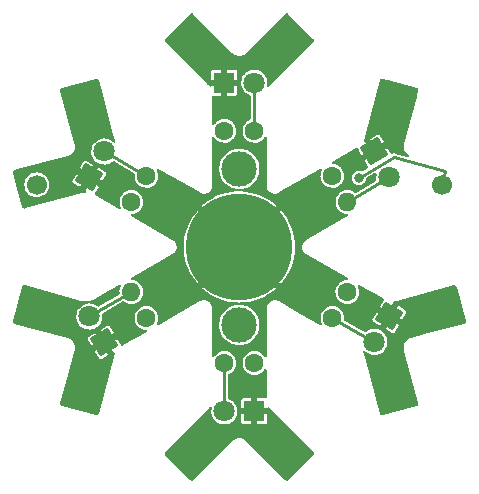
<source format=gbl>
%TF.GenerationSoftware,KiCad,Pcbnew,(6.0.2)*%
%TF.CreationDate,2022-03-14T21:43:42+00:00*%
%TF.ProjectId,snowflake-brooch,736e6f77-666c-4616-9b65-2d62726f6f63,rev?*%
%TF.SameCoordinates,Original*%
%TF.FileFunction,Copper,L2,Bot*%
%TF.FilePolarity,Positive*%
%FSLAX46Y46*%
G04 Gerber Fmt 4.6, Leading zero omitted, Abs format (unit mm)*
G04 Created by KiCad (PCBNEW (6.0.2)) date 2022-03-14 21:43:42*
%MOMM*%
%LPD*%
G01*
G04 APERTURE LIST*
G04 Aperture macros list*
%AMHorizOval*
0 Thick line with rounded ends*
0 $1 width*
0 $2 $3 position (X,Y) of the first rounded end (center of the circle)*
0 $4 $5 position (X,Y) of the second rounded end (center of the circle)*
0 Add line between two ends*
20,1,$1,$2,$3,$4,$5,0*
0 Add two circle primitives to create the rounded ends*
1,1,$1,$2,$3*
1,1,$1,$4,$5*%
%AMRotRect*
0 Rectangle, with rotation*
0 The origin of the aperture is its center*
0 $1 length*
0 $2 width*
0 $3 Rotation angle, in degrees counterclockwise*
0 Add horizontal line*
21,1,$1,$2,0,0,$3*%
G04 Aperture macros list end*
%TA.AperFunction,ComponentPad*%
%ADD10RotRect,1.800000X1.800000X300.000000*%
%TD*%
%TA.AperFunction,ComponentPad*%
%ADD11C,1.800000*%
%TD*%
%TA.AperFunction,ComponentPad*%
%ADD12C,1.700000*%
%TD*%
%TA.AperFunction,ComponentPad*%
%ADD13C,3.000000*%
%TD*%
%TA.AperFunction,SMDPad,CuDef*%
%ADD14C,9.000000*%
%TD*%
%TA.AperFunction,ComponentPad*%
%ADD15HorizOval,1.600000X0.000000X0.000000X0.000000X0.000000X0*%
%TD*%
%TA.AperFunction,ComponentPad*%
%ADD16C,1.600000*%
%TD*%
%TA.AperFunction,ComponentPad*%
%ADD17O,1.600000X1.600000*%
%TD*%
%TA.AperFunction,ComponentPad*%
%ADD18HorizOval,1.600000X0.000000X0.000000X0.000000X0.000000X0*%
%TD*%
%TA.AperFunction,ComponentPad*%
%ADD19HorizOval,1.600000X0.000000X0.000000X0.000000X0.000000X0*%
%TD*%
%TA.AperFunction,ComponentPad*%
%ADD20HorizOval,1.600000X0.000000X0.000000X0.000000X0.000000X0*%
%TD*%
%TA.AperFunction,ComponentPad*%
%ADD21RotRect,1.800000X1.800000X60.000000*%
%TD*%
%TA.AperFunction,ComponentPad*%
%ADD22RotRect,1.800000X1.800000X120.000000*%
%TD*%
%TA.AperFunction,ComponentPad*%
%ADD23R,1.800000X1.800000*%
%TD*%
%TA.AperFunction,ComponentPad*%
%ADD24RotRect,1.800000X1.800000X240.000000*%
%TD*%
%TA.AperFunction,ViaPad*%
%ADD25C,0.800000*%
%TD*%
%TA.AperFunction,Conductor*%
%ADD26C,0.250000*%
%TD*%
G04 APERTURE END LIST*
D10*
%TO.P,D2,1,K*%
%TO.N,GND*%
X156207500Y-68110818D03*
D11*
%TO.P,D2,2,A*%
%TO.N,Net-(D2-Pad2)*%
X157477500Y-70310523D03*
%TD*%
D12*
%TO.P,J2,1,Pin_1*%
%TO.N,VCC*%
X127635000Y-70942200D03*
%TD*%
%TO.P,J1,1,Pin_1*%
%TO.N,Net-(BT1-Pad1)*%
X161925000Y-70942200D03*
%TD*%
D13*
%TO.P,BT1,1,+*%
%TO.N,Net-(BT1-Pad1)*%
X144780000Y-69600000D03*
X144780000Y-82800000D03*
D14*
%TO.P,BT1,2,-*%
%TO.N,GND*%
X144780000Y-76200000D03*
%TD*%
D15*
%TO.P,R1,2*%
%TO.N,Net-(D1-Pad2)*%
X146052443Y-66370200D03*
D16*
%TO.P,R1,1*%
%TO.N,VCC*%
X152651557Y-70180200D03*
%TD*%
D17*
%TO.P,R2,2*%
%TO.N,Net-(D2-Pad2)*%
X153924000Y-72390000D03*
D16*
%TO.P,R2,1*%
%TO.N,VCC*%
X153924000Y-80010000D03*
%TD*%
%TO.P,R3,1*%
%TO.N,VCC*%
X146052444Y-86029800D03*
D18*
%TO.P,R3,2*%
%TO.N,Net-(D3-Pad2)*%
X152651558Y-82219800D03*
%TD*%
D16*
%TO.P,R4,1*%
%TO.N,VCC*%
X136908444Y-82219800D03*
D19*
%TO.P,R4,2*%
%TO.N,Net-(D4-Pad2)*%
X143507558Y-86029800D03*
%TD*%
D16*
%TO.P,R5,1*%
%TO.N,VCC*%
X135636000Y-72390000D03*
D17*
%TO.P,R5,2*%
%TO.N,Net-(D5-Pad2)*%
X135636000Y-80010000D03*
%TD*%
D16*
%TO.P,R6,1*%
%TO.N,VCC*%
X143507557Y-66370200D03*
D20*
%TO.P,R6,2*%
%TO.N,Net-(D6-Pad2)*%
X136908443Y-70180200D03*
%TD*%
D21*
%TO.P,D6,1,K*%
%TO.N,GND*%
X132077500Y-70319183D03*
D11*
%TO.P,D6,2,A*%
%TO.N,Net-(D6-Pad2)*%
X133347500Y-68119478D03*
%TD*%
D22*
%TO.P,D5,1,K*%
%TO.N,GND*%
X133352500Y-84289183D03*
D11*
%TO.P,D5,2,A*%
%TO.N,Net-(D5-Pad2)*%
X132082500Y-82089478D03*
%TD*%
D23*
%TO.P,D4,1,K*%
%TO.N,GND*%
X146050000Y-90119200D03*
D11*
%TO.P,D4,2,A*%
%TO.N,Net-(D4-Pad2)*%
X143510000Y-90119200D03*
%TD*%
D24*
%TO.P,D3,1,K*%
%TO.N,GND*%
X157480000Y-82042000D03*
D11*
%TO.P,D3,2,A*%
%TO.N,Net-(D3-Pad2)*%
X156210000Y-84241705D03*
%TD*%
D23*
%TO.P,D1,1,K*%
%TO.N,GND*%
X143510000Y-62280800D03*
D11*
%TO.P,D1,2,A*%
%TO.N,Net-(D1-Pad2)*%
X146050000Y-62280800D03*
%TD*%
D25*
%TO.N,Net-(BT1-Pad1)*%
X154889200Y-70358000D03*
%TO.N,GND*%
X144754600Y-76200000D03*
%TD*%
D26*
%TO.N,Net-(BT1-Pad1)*%
X162204400Y-69799200D02*
X161925000Y-70942200D01*
X157886400Y-68605400D02*
X162204400Y-69799200D01*
X154889200Y-70358000D02*
X157886400Y-68605400D01*
%TO.N,Net-(D5-Pad2)*%
X132082500Y-82089478D02*
X135636000Y-80010000D01*
%TO.N,Net-(D4-Pad2)*%
X143510000Y-90119200D02*
X143507558Y-86029800D01*
%TO.N,Net-(D3-Pad2)*%
X156210000Y-84241705D02*
X152651558Y-82219800D01*
%TO.N,Net-(D2-Pad2)*%
X157477500Y-70310523D02*
X153924000Y-72390000D01*
%TO.N,Net-(D1-Pad2)*%
X146050000Y-62280800D02*
X146052443Y-66370200D01*
%TO.N,Net-(D6-Pad2)*%
X133347500Y-68119478D02*
X136908443Y-70180200D01*
%TD*%
%TA.AperFunction,Conductor*%
%TO.N,GND*%
G36*
X148820032Y-56404994D02*
G01*
X148836353Y-56408163D01*
X148863646Y-56417769D01*
X148888802Y-56431029D01*
X148907155Y-56443519D01*
X148914824Y-56450109D01*
X148920306Y-56455191D01*
X151042769Y-58577655D01*
X151050969Y-58586954D01*
X151069593Y-58610946D01*
X151069990Y-58611458D01*
X151083491Y-58634865D01*
X151091160Y-58653721D01*
X151098002Y-58681560D01*
X151099604Y-58698250D01*
X151098243Y-58726573D01*
X151095074Y-58742893D01*
X151085467Y-58770188D01*
X151081479Y-58777755D01*
X151072210Y-58795338D01*
X151059720Y-58813693D01*
X151053130Y-58821362D01*
X151048048Y-58826844D01*
X147513648Y-62361244D01*
X147511804Y-62362974D01*
X147508075Y-62365574D01*
X147497784Y-62376937D01*
X147494435Y-62380457D01*
X147483699Y-62391193D01*
X147481283Y-62395036D01*
X147479614Y-62396999D01*
X147426467Y-62455684D01*
X147420637Y-62461350D01*
X147418919Y-62463193D01*
X147414661Y-62466834D01*
X147411331Y-62471332D01*
X147409919Y-62473239D01*
X147403742Y-62480774D01*
X147402240Y-62482433D01*
X147402237Y-62482438D01*
X147398509Y-62486554D01*
X147395789Y-62491399D01*
X147394437Y-62493277D01*
X147389928Y-62500243D01*
X147354967Y-62547468D01*
X147342891Y-62563780D01*
X147337746Y-62569872D01*
X147336132Y-62571986D01*
X147332254Y-62576023D01*
X147328121Y-62582931D01*
X147322743Y-62590995D01*
X147318054Y-62597328D01*
X147315822Y-62602422D01*
X147314600Y-62604530D01*
X147310874Y-62611756D01*
X147301162Y-62627988D01*
X147255062Y-62668213D01*
X147194120Y-62673660D01*
X147141615Y-62642246D01*
X147117602Y-62585969D01*
X147122200Y-62547526D01*
X147122160Y-62547516D01*
X147122242Y-62547173D01*
X147122462Y-62545337D01*
X147123218Y-62543109D01*
X147123219Y-62543106D01*
X147124678Y-62538807D01*
X147126756Y-62524480D01*
X147146451Y-62388638D01*
X147153700Y-62338642D01*
X147155215Y-62280800D01*
X147136708Y-62079391D01*
X147081807Y-61884726D01*
X146992351Y-61703327D01*
X146900002Y-61579657D01*
X146874051Y-61544904D01*
X146874050Y-61544903D01*
X146871335Y-61541267D01*
X146722812Y-61403974D01*
X146700125Y-61389659D01*
X146555594Y-61298467D01*
X146551757Y-61296046D01*
X146363898Y-61221098D01*
X146165526Y-61181639D01*
X146065930Y-61180335D01*
X145967826Y-61179051D01*
X145967821Y-61179051D01*
X145963286Y-61178992D01*
X145958813Y-61179761D01*
X145958808Y-61179761D01*
X145861511Y-61196480D01*
X145763949Y-61213244D01*
X145574193Y-61283249D01*
X145400371Y-61386662D01*
X145396956Y-61389657D01*
X145396953Y-61389659D01*
X145380630Y-61403974D01*
X145248305Y-61520020D01*
X145245497Y-61523582D01*
X145146577Y-61649063D01*
X145123089Y-61678857D01*
X145028914Y-61857853D01*
X145027569Y-61862184D01*
X145027568Y-61862187D01*
X144979015Y-62018557D01*
X144968937Y-62051013D01*
X144945164Y-62251869D01*
X144945461Y-62256397D01*
X144958068Y-62448745D01*
X144958392Y-62453694D01*
X144959508Y-62458087D01*
X144959508Y-62458089D01*
X145007062Y-62645334D01*
X145008178Y-62649728D01*
X145092856Y-62833407D01*
X145209588Y-62998580D01*
X145354466Y-63139713D01*
X145522637Y-63252082D01*
X145557225Y-63266942D01*
X145665251Y-63313354D01*
X145711252Y-63353696D01*
X145725171Y-63404255D01*
X145725333Y-63675472D01*
X145726334Y-65351649D01*
X145707461Y-65409851D01*
X145673200Y-65439442D01*
X145501955Y-65528967D01*
X145498186Y-65531997D01*
X145498185Y-65531998D01*
X145488459Y-65539818D01*
X145349043Y-65651911D01*
X145322629Y-65683390D01*
X145226032Y-65798510D01*
X145226029Y-65798514D01*
X145222923Y-65802216D01*
X145128399Y-65974154D01*
X145126935Y-65978768D01*
X145126934Y-65978771D01*
X145073761Y-66146393D01*
X145069071Y-66161178D01*
X145047200Y-66356163D01*
X145063618Y-66551683D01*
X145064951Y-66556331D01*
X145064951Y-66556332D01*
X145106369Y-66700771D01*
X145117701Y-66740291D01*
X145119916Y-66744601D01*
X145205174Y-66910496D01*
X145205177Y-66910500D01*
X145207387Y-66914801D01*
X145329261Y-67068569D01*
X145332948Y-67071707D01*
X145332950Y-67071709D01*
X145474993Y-67192597D01*
X145474998Y-67192600D01*
X145478681Y-67195735D01*
X145482903Y-67198095D01*
X145482908Y-67198098D01*
X145575031Y-67249583D01*
X145649956Y-67291457D01*
X145734955Y-67319075D01*
X145831956Y-67350593D01*
X145831959Y-67350594D01*
X145836561Y-67352089D01*
X146031389Y-67375321D01*
X146036211Y-67374950D01*
X146036214Y-67374950D01*
X146222191Y-67360640D01*
X146222196Y-67360639D01*
X146227019Y-67360268D01*
X146415999Y-67307503D01*
X146420312Y-67305324D01*
X146420318Y-67305322D01*
X146586811Y-67221220D01*
X146586813Y-67221218D01*
X146591132Y-67219037D01*
X146604459Y-67208625D01*
X146741930Y-67101222D01*
X146741934Y-67101218D01*
X146745746Y-67098240D01*
X146759353Y-67082477D01*
X146870788Y-66953377D01*
X146870790Y-66953375D01*
X146873952Y-66949711D01*
X146906878Y-66891751D01*
X146952060Y-66850495D01*
X147012864Y-66843675D01*
X147066064Y-66873897D01*
X147091340Y-66929618D01*
X147091957Y-66940653D01*
X147091957Y-70987793D01*
X147091406Y-70996611D01*
X147091383Y-70998558D01*
X147090685Y-71004116D01*
X147091250Y-71009685D01*
X147091250Y-71009688D01*
X147091451Y-71011665D01*
X147091957Y-71021659D01*
X147091957Y-71029079D01*
X147093192Y-71034496D01*
X147093389Y-71036241D01*
X147094844Y-71045108D01*
X147102919Y-71124693D01*
X147103108Y-71126766D01*
X147104694Y-71146526D01*
X147105343Y-71148581D01*
X147105543Y-71150548D01*
X147107001Y-71154870D01*
X147107002Y-71154873D01*
X147111894Y-71169374D01*
X147112486Y-71171183D01*
X147139652Y-71257147D01*
X147140326Y-71259379D01*
X147145673Y-71277868D01*
X147146894Y-71280064D01*
X147147598Y-71282291D01*
X147150205Y-71286737D01*
X147150208Y-71286743D01*
X147157385Y-71298983D01*
X147158506Y-71300946D01*
X147200206Y-71375935D01*
X147201649Y-71378626D01*
X147207459Y-71389878D01*
X147207462Y-71389882D01*
X147210029Y-71394854D01*
X147212062Y-71397254D01*
X147213504Y-71399848D01*
X147220873Y-71408053D01*
X147225760Y-71413495D01*
X147227652Y-71415665D01*
X147281062Y-71478734D01*
X147283339Y-71481524D01*
X147294074Y-71495186D01*
X147296983Y-71497532D01*
X147299279Y-71500244D01*
X147303729Y-71503584D01*
X147303734Y-71503589D01*
X147313201Y-71510695D01*
X147315927Y-71512816D01*
X147378776Y-71563516D01*
X147381793Y-71566051D01*
X147390261Y-71573457D01*
X147390264Y-71573459D01*
X147394478Y-71577145D01*
X147398047Y-71579061D01*
X147401062Y-71581493D01*
X147413741Y-71587689D01*
X147416276Y-71588928D01*
X147419626Y-71590645D01*
X147490330Y-71628595D01*
X147493715Y-71630499D01*
X147502011Y-71635380D01*
X147508317Y-71639090D01*
X147512117Y-71640290D01*
X147515471Y-71642090D01*
X147520832Y-71643564D01*
X147520831Y-71643564D01*
X147531913Y-71646612D01*
X147535465Y-71647661D01*
X147573385Y-71659632D01*
X147612916Y-71672112D01*
X147616176Y-71673204D01*
X147632780Y-71679091D01*
X147636316Y-71679498D01*
X147639542Y-71680517D01*
X147657197Y-71681959D01*
X147660419Y-71682276D01*
X147743510Y-71691851D01*
X147746302Y-71692213D01*
X147753353Y-71693231D01*
X147759164Y-71694071D01*
X147759166Y-71694071D01*
X147764704Y-71694871D01*
X147767620Y-71694630D01*
X147770349Y-71694944D01*
X147775868Y-71694337D01*
X147775870Y-71694337D01*
X147788899Y-71692904D01*
X147791555Y-71692648D01*
X147878435Y-71685456D01*
X147880696Y-71685295D01*
X147894977Y-71684442D01*
X147894982Y-71684441D01*
X147900142Y-71684133D01*
X147902393Y-71683472D01*
X147904554Y-71683293D01*
X147923214Y-71677380D01*
X147925218Y-71676769D01*
X148008338Y-71652355D01*
X148013640Y-71650956D01*
X148027740Y-71647654D01*
X148032277Y-71645429D01*
X148032629Y-71645314D01*
X148032950Y-71645190D01*
X148033343Y-71645011D01*
X148038045Y-71643630D01*
X148042891Y-71640920D01*
X148042895Y-71640918D01*
X148049776Y-71637069D01*
X148050734Y-71636533D01*
X148055436Y-71634067D01*
X148087407Y-71618383D01*
X148090752Y-71616742D01*
X148094836Y-71614853D01*
X148096667Y-71614056D01*
X148102017Y-71612415D01*
X148112967Y-71606093D01*
X148118829Y-71602968D01*
X148130025Y-71597475D01*
X148134345Y-71593978D01*
X148136206Y-71592790D01*
X148139986Y-71590493D01*
X151633802Y-69573338D01*
X151693650Y-69560617D01*
X151749546Y-69585504D01*
X151780139Y-69638492D01*
X151773743Y-69699342D01*
X151770056Y-69706769D01*
X151732304Y-69775440D01*
X151727513Y-69784154D01*
X151726049Y-69788768D01*
X151726048Y-69788771D01*
X151702179Y-69864017D01*
X151668185Y-69971178D01*
X151667645Y-69975990D01*
X151667645Y-69975991D01*
X151656179Y-70078218D01*
X151646314Y-70166163D01*
X151653438Y-70251003D01*
X151662112Y-70354295D01*
X151662732Y-70361683D01*
X151664065Y-70366331D01*
X151664065Y-70366332D01*
X151708736Y-70522115D01*
X151716815Y-70550291D01*
X151719030Y-70554601D01*
X151804288Y-70720496D01*
X151804291Y-70720500D01*
X151806501Y-70724801D01*
X151928375Y-70878569D01*
X151932062Y-70881707D01*
X151932064Y-70881709D01*
X152074107Y-71002597D01*
X152074112Y-71002600D01*
X152077795Y-71005735D01*
X152082017Y-71008095D01*
X152082022Y-71008098D01*
X152187908Y-71067275D01*
X152249070Y-71101457D01*
X152338039Y-71130365D01*
X152431070Y-71160593D01*
X152431073Y-71160594D01*
X152435675Y-71162089D01*
X152630503Y-71185321D01*
X152635325Y-71184950D01*
X152635328Y-71184950D01*
X152821305Y-71170640D01*
X152821310Y-71170639D01*
X152826133Y-71170268D01*
X153015113Y-71117503D01*
X153019426Y-71115324D01*
X153019432Y-71115322D01*
X153185925Y-71031220D01*
X153185927Y-71031218D01*
X153190246Y-71029037D01*
X153197301Y-71023525D01*
X153341044Y-70911222D01*
X153341048Y-70911218D01*
X153344860Y-70908240D01*
X153354825Y-70896696D01*
X153469902Y-70763377D01*
X153469904Y-70763375D01*
X153473066Y-70759711D01*
X153488500Y-70732542D01*
X153567593Y-70593315D01*
X153567594Y-70593312D01*
X153569982Y-70589109D01*
X153575399Y-70572827D01*
X153630388Y-70407523D01*
X153630388Y-70407521D01*
X153631915Y-70402932D01*
X153636779Y-70364434D01*
X153647244Y-70281592D01*
X153656506Y-70208271D01*
X153656592Y-70202152D01*
X153656831Y-70184981D01*
X153656898Y-70180200D01*
X153655995Y-70170983D01*
X153643827Y-70046897D01*
X153637751Y-69984928D01*
X153581041Y-69797094D01*
X153508815Y-69661256D01*
X153491200Y-69628127D01*
X153491198Y-69628123D01*
X153488927Y-69623853D01*
X153485503Y-69619654D01*
X153367979Y-69475555D01*
X153367978Y-69475554D01*
X153364918Y-69471802D01*
X153275828Y-69398101D01*
X153217464Y-69349818D01*
X153217463Y-69349817D01*
X153213737Y-69346735D01*
X153041142Y-69253413D01*
X152853709Y-69195393D01*
X152848897Y-69194887D01*
X152848896Y-69194887D01*
X152802086Y-69189967D01*
X152678504Y-69176978D01*
X152622609Y-69152091D01*
X152592016Y-69099103D01*
X152598412Y-69038253D01*
X152639353Y-68992783D01*
X154659135Y-67826662D01*
X154718983Y-67813941D01*
X154774879Y-67838828D01*
X154793979Y-67864938D01*
X154795023Y-67864336D01*
X155120032Y-68427268D01*
X155129945Y-68436194D01*
X155135011Y-68436726D01*
X155846951Y-68025687D01*
X155855875Y-68015775D01*
X155856408Y-68010708D01*
X155445371Y-67298770D01*
X155435457Y-67289844D01*
X155414941Y-67287688D01*
X155376405Y-67289708D01*
X155325090Y-67256385D01*
X155303162Y-67199264D01*
X155311229Y-67154624D01*
X155339267Y-67090103D01*
X155342980Y-67082856D01*
X155344014Y-67080567D01*
X155346883Y-67075751D01*
X155349324Y-67068162D01*
X155352767Y-67059034D01*
X155353652Y-67056998D01*
X155353654Y-67056992D01*
X155355868Y-67051897D01*
X155356894Y-67046431D01*
X155357577Y-67044207D01*
X155359069Y-67038329D01*
X155881592Y-67038329D01*
X156292631Y-67750269D01*
X156302543Y-67759193D01*
X156307610Y-67759726D01*
X157019548Y-67348689D01*
X157028474Y-67338775D01*
X157029006Y-67333709D01*
X156702710Y-66768547D01*
X156697071Y-66760678D01*
X156667492Y-66726949D01*
X156652314Y-66715302D01*
X156598445Y-66688737D01*
X156579973Y-66683787D01*
X156520036Y-66679859D01*
X156501073Y-66682355D01*
X156458586Y-66696778D01*
X156449773Y-66700771D01*
X155891050Y-67023350D01*
X155882124Y-67033263D01*
X155881592Y-67038329D01*
X155359069Y-67038329D01*
X155359613Y-67036186D01*
X155383901Y-66960695D01*
X155384754Y-66958307D01*
X155386882Y-66954296D01*
X155390856Y-66939466D01*
X155392222Y-66934829D01*
X155396872Y-66920375D01*
X155397267Y-66915850D01*
X155397853Y-66913352D01*
X155414696Y-66850495D01*
X156345404Y-63377046D01*
X156689638Y-62092348D01*
X156693590Y-62080599D01*
X156705302Y-62051869D01*
X156718822Y-62028472D01*
X156723327Y-62022678D01*
X156731320Y-62012399D01*
X156752005Y-61992558D01*
X156765657Y-61982826D01*
X156790873Y-61969841D01*
X156806590Y-61964426D01*
X156835027Y-61959099D01*
X156859703Y-61958149D01*
X156863434Y-61958005D01*
X156885573Y-61959644D01*
X156895528Y-61961520D01*
X156902795Y-61963176D01*
X157331400Y-62078020D01*
X159802135Y-62740052D01*
X159813884Y-62744004D01*
X159842619Y-62755718D01*
X159866018Y-62769240D01*
X159882087Y-62781735D01*
X159901928Y-62802419D01*
X159911660Y-62816070D01*
X159924648Y-62841289D01*
X159930062Y-62857002D01*
X159935389Y-62885444D01*
X159935584Y-62890522D01*
X159936482Y-62913854D01*
X159934843Y-62935990D01*
X159932970Y-62945931D01*
X159931310Y-62953218D01*
X159790933Y-63477113D01*
X158721458Y-67468447D01*
X158720181Y-67472106D01*
X158720366Y-67472163D01*
X158718715Y-67477512D01*
X158716468Y-67482649D01*
X158714349Y-67493892D01*
X158712692Y-67501161D01*
X158711216Y-67506668D01*
X158711215Y-67506673D01*
X158709778Y-67512037D01*
X158709570Y-67517591D01*
X158708742Y-67523083D01*
X158708557Y-67523055D01*
X158708127Y-67526907D01*
X158698360Y-67578727D01*
X158697006Y-67585912D01*
X158695357Y-67593155D01*
X158694176Y-67597571D01*
X158692378Y-67604295D01*
X158692180Y-67609895D01*
X158691921Y-67611630D01*
X158691766Y-67613710D01*
X158690737Y-67619172D01*
X158691032Y-67626924D01*
X158691178Y-67630779D01*
X158691187Y-67638031D01*
X158688637Y-67710247D01*
X158688315Y-67715461D01*
X158687498Y-67724711D01*
X158687498Y-67724716D01*
X158687006Y-67730288D01*
X158687692Y-67735232D01*
X158687730Y-67735970D01*
X158687560Y-67740780D01*
X158688604Y-67746237D01*
X158690372Y-67755481D01*
X158691194Y-67760470D01*
X158705859Y-67866148D01*
X158706242Y-67869271D01*
X158708157Y-67887255D01*
X158709213Y-67890317D01*
X158709634Y-67893350D01*
X158711601Y-67898542D01*
X158716077Y-67910356D01*
X158717082Y-67913133D01*
X158726428Y-67940232D01*
X158752304Y-68015256D01*
X158753359Y-68018496D01*
X158758536Y-68035377D01*
X158760293Y-68038420D01*
X158761382Y-68041578D01*
X158767106Y-68050781D01*
X158770755Y-68056649D01*
X158772422Y-68059431D01*
X158826032Y-68152286D01*
X158827661Y-68155222D01*
X158835976Y-68170845D01*
X158838281Y-68173499D01*
X158839951Y-68176392D01*
X158852066Y-68189453D01*
X158854184Y-68191813D01*
X158925010Y-68273371D01*
X158927036Y-68275781D01*
X158934905Y-68285447D01*
X158934908Y-68285450D01*
X158938447Y-68289797D01*
X158941001Y-68291785D01*
X158943011Y-68294100D01*
X158947491Y-68297377D01*
X158947497Y-68297382D01*
X158957708Y-68304849D01*
X158960070Y-68306631D01*
X158990700Y-68330477D01*
X159044241Y-68372159D01*
X159048279Y-68375478D01*
X159055287Y-68381554D01*
X159055291Y-68381557D01*
X159059523Y-68385226D01*
X159063921Y-68387562D01*
X159064554Y-68387972D01*
X159068348Y-68390926D01*
X159073378Y-68393277D01*
X159076778Y-68395359D01*
X159116530Y-68441871D01*
X159121350Y-68502867D01*
X159089398Y-68555046D01*
X159032878Y-68578479D01*
X158998700Y-68575207D01*
X157988232Y-68295843D01*
X157981290Y-68293645D01*
X157941994Y-68279588D01*
X157932644Y-68279640D01*
X157906002Y-68279787D01*
X157896045Y-68279341D01*
X157868831Y-68276742D01*
X157868827Y-68276742D01*
X157860206Y-68275919D01*
X157851819Y-68278095D01*
X157843785Y-68278734D01*
X157835869Y-68280175D01*
X157827207Y-68280223D01*
X157800038Y-68290282D01*
X157793453Y-68292720D01*
X157783944Y-68295706D01*
X157749097Y-68304747D01*
X157741965Y-68309657D01*
X157741963Y-68309658D01*
X157723275Y-68322524D01*
X157664623Y-68339948D01*
X157606931Y-68319570D01*
X157581399Y-68290480D01*
X157294969Y-67794368D01*
X157285055Y-67785442D01*
X157279989Y-67784910D01*
X156114530Y-68457788D01*
X155395452Y-68872948D01*
X155386526Y-68882861D01*
X155385994Y-68887927D01*
X155683154Y-69402625D01*
X155695875Y-69462473D01*
X155670988Y-69518369D01*
X155647391Y-69537586D01*
X155219127Y-69788012D01*
X155204835Y-69796369D01*
X155145058Y-69809420D01*
X155116976Y-69802371D01*
X155051959Y-69775440D01*
X155045962Y-69772956D01*
X154889200Y-69752318D01*
X154732438Y-69772956D01*
X154586359Y-69833464D01*
X154460918Y-69929718D01*
X154364664Y-70055159D01*
X154304156Y-70201238D01*
X154283518Y-70358000D01*
X154304156Y-70514762D01*
X154364664Y-70660841D01*
X154460918Y-70786282D01*
X154586359Y-70882536D01*
X154732438Y-70943044D01*
X154889200Y-70963682D01*
X155045962Y-70943044D01*
X155192041Y-70882536D01*
X155317482Y-70786282D01*
X155413736Y-70660841D01*
X155474244Y-70514762D01*
X155485288Y-70430871D01*
X155511629Y-70375646D01*
X155533468Y-70358331D01*
X155533951Y-70358049D01*
X156201560Y-69967668D01*
X156262424Y-69932078D01*
X156322201Y-69919027D01*
X156378233Y-69943604D01*
X156409118Y-69996422D01*
X156406944Y-70046897D01*
X156400677Y-70067082D01*
X156396437Y-70080736D01*
X156372664Y-70281592D01*
X156372961Y-70286120D01*
X156381322Y-70413684D01*
X156385892Y-70483417D01*
X156387009Y-70487814D01*
X156387009Y-70487816D01*
X156387186Y-70488514D01*
X156387166Y-70488811D01*
X156387719Y-70492300D01*
X156386929Y-70492425D01*
X156383179Y-70549568D01*
X156341232Y-70598320D01*
X154636096Y-71596150D01*
X154576323Y-71609222D01*
X154522989Y-71586986D01*
X154489907Y-71559618D01*
X154489905Y-71559617D01*
X154486180Y-71556535D01*
X154347491Y-71481546D01*
X154317839Y-71465513D01*
X154317838Y-71465513D01*
X154313585Y-71463213D01*
X154126152Y-71405193D01*
X154121342Y-71404687D01*
X154121340Y-71404687D01*
X153935835Y-71385189D01*
X153935833Y-71385189D01*
X153931019Y-71384683D01*
X153873936Y-71389878D01*
X153740438Y-71402027D01*
X153740435Y-71402028D01*
X153735618Y-71402466D01*
X153730976Y-71403832D01*
X153730972Y-71403833D01*
X153552040Y-71456496D01*
X153552037Y-71456497D01*
X153547393Y-71457864D01*
X153373512Y-71548767D01*
X153369743Y-71551797D01*
X153369742Y-71551798D01*
X153350740Y-71567076D01*
X153220600Y-71671711D01*
X153201616Y-71694336D01*
X153097589Y-71818310D01*
X153097586Y-71818314D01*
X153094480Y-71822016D01*
X152999956Y-71993954D01*
X152998492Y-71998568D01*
X152998491Y-71998571D01*
X152963077Y-72110211D01*
X152940628Y-72180978D01*
X152940088Y-72185790D01*
X152940088Y-72185791D01*
X152923033Y-72337845D01*
X152918757Y-72375963D01*
X152922060Y-72415296D01*
X152928657Y-72493855D01*
X152935175Y-72571483D01*
X152936508Y-72576131D01*
X152936508Y-72576132D01*
X152975454Y-72711950D01*
X152989258Y-72760091D01*
X152991473Y-72764401D01*
X153076731Y-72930296D01*
X153076734Y-72930300D01*
X153078944Y-72934601D01*
X153081951Y-72938395D01*
X153089019Y-72947313D01*
X153200818Y-73088369D01*
X153204505Y-73091507D01*
X153204507Y-73091509D01*
X153346550Y-73212397D01*
X153346555Y-73212400D01*
X153350238Y-73215535D01*
X153354460Y-73217895D01*
X153354465Y-73217898D01*
X153427063Y-73258471D01*
X153521513Y-73311257D01*
X153607509Y-73339199D01*
X153703513Y-73370393D01*
X153703516Y-73370394D01*
X153708118Y-73371889D01*
X153902946Y-73395121D01*
X153902733Y-73396906D01*
X153953607Y-73414625D01*
X153988523Y-73464870D01*
X153987238Y-73526041D01*
X153950243Y-73574775D01*
X153943250Y-73579213D01*
X153622062Y-73764651D01*
X150449883Y-75596110D01*
X150441987Y-75600033D01*
X150440274Y-75600995D01*
X150435110Y-75603170D01*
X150428941Y-75607618D01*
X150420553Y-75613043D01*
X150414128Y-75616753D01*
X150410054Y-75620532D01*
X150408638Y-75621577D01*
X150401692Y-75627266D01*
X150336796Y-75674060D01*
X150335091Y-75675263D01*
X150322796Y-75683740D01*
X150322792Y-75683743D01*
X150318785Y-75686506D01*
X150317331Y-75688095D01*
X150315725Y-75689253D01*
X150312710Y-75692678D01*
X150302584Y-75704181D01*
X150301308Y-75705603D01*
X150240494Y-75772056D01*
X150238827Y-75773833D01*
X150225527Y-75787667D01*
X150224238Y-75789818D01*
X150222660Y-75791543D01*
X150213065Y-75808424D01*
X150211981Y-75810281D01*
X150167860Y-75883940D01*
X150166263Y-75886514D01*
X150156393Y-75901893D01*
X150155329Y-75904859D01*
X150153806Y-75907401D01*
X150148118Y-75924834D01*
X150147206Y-75927496D01*
X150122849Y-75995373D01*
X150119258Y-76005379D01*
X150117979Y-76008748D01*
X150111527Y-76024843D01*
X150110950Y-76028529D01*
X150109747Y-76031882D01*
X150109081Y-76037395D01*
X150109079Y-76037402D01*
X150107652Y-76049206D01*
X150107178Y-76052630D01*
X150094705Y-76132341D01*
X150094018Y-76136225D01*
X150090748Y-76152776D01*
X150090873Y-76156826D01*
X150090275Y-76160650D01*
X150090658Y-76166187D01*
X150090658Y-76166189D01*
X150091443Y-76177535D01*
X150091632Y-76181302D01*
X150094116Y-76261505D01*
X150094160Y-76265382D01*
X150094021Y-76282337D01*
X150094882Y-76286228D01*
X150095000Y-76290031D01*
X150096403Y-76295407D01*
X150096403Y-76295409D01*
X150099302Y-76306520D01*
X150100170Y-76310120D01*
X150108794Y-76349082D01*
X150117722Y-76389422D01*
X150118410Y-76392811D01*
X150121611Y-76410122D01*
X150123027Y-76413389D01*
X150123758Y-76416694D01*
X150126137Y-76421719D01*
X150126138Y-76421723D01*
X150131337Y-76432707D01*
X150132695Y-76435704D01*
X150165917Y-76512383D01*
X150167000Y-76514984D01*
X150173907Y-76532267D01*
X150175575Y-76534672D01*
X150176665Y-76537189D01*
X150179953Y-76541670D01*
X150179957Y-76541676D01*
X150187715Y-76552247D01*
X150189261Y-76554414D01*
X150238928Y-76626053D01*
X150240202Y-76627936D01*
X150250927Y-76644191D01*
X150252625Y-76645810D01*
X150253860Y-76647591D01*
X150268354Y-76660834D01*
X150269824Y-76662206D01*
X150332558Y-76722013D01*
X150336421Y-76725906D01*
X150346316Y-76736450D01*
X150350508Y-76739264D01*
X150350778Y-76739506D01*
X150351069Y-76739740D01*
X150351405Y-76739980D01*
X150354956Y-76743366D01*
X150359734Y-76746212D01*
X150367458Y-76750813D01*
X150371966Y-76753666D01*
X150404567Y-76775548D01*
X150408245Y-76778139D01*
X150409876Y-76779344D01*
X150413974Y-76783160D01*
X150424913Y-76789475D01*
X150430574Y-76793004D01*
X150436296Y-76796845D01*
X150436300Y-76796847D01*
X150440914Y-76799944D01*
X150446103Y-76801938D01*
X150448079Y-76802964D01*
X150451951Y-76805086D01*
X153946453Y-78822637D01*
X153987394Y-78868107D01*
X153993790Y-78928957D01*
X153963197Y-78981945D01*
X153905926Y-79006967D01*
X153823110Y-79014504D01*
X153740439Y-79022027D01*
X153740436Y-79022027D01*
X153735618Y-79022466D01*
X153730976Y-79023832D01*
X153730972Y-79023833D01*
X153552040Y-79076496D01*
X153552037Y-79076497D01*
X153547393Y-79077864D01*
X153373512Y-79168767D01*
X153369743Y-79171797D01*
X153369742Y-79171798D01*
X153360016Y-79179618D01*
X153220600Y-79291711D01*
X153201543Y-79314423D01*
X153097589Y-79438310D01*
X153097586Y-79438314D01*
X153094480Y-79442016D01*
X152999956Y-79613954D01*
X152998492Y-79618568D01*
X152998491Y-79618571D01*
X152969040Y-79711412D01*
X152940628Y-79800978D01*
X152918757Y-79995963D01*
X152935175Y-80191483D01*
X152936508Y-80196131D01*
X152936508Y-80196132D01*
X152957448Y-80269156D01*
X152989258Y-80380091D01*
X152991473Y-80384401D01*
X153076731Y-80550296D01*
X153076734Y-80550300D01*
X153078944Y-80554601D01*
X153200818Y-80708369D01*
X153204505Y-80711507D01*
X153204507Y-80711509D01*
X153346550Y-80832397D01*
X153346555Y-80832400D01*
X153350238Y-80835535D01*
X153354460Y-80837895D01*
X153354465Y-80837898D01*
X153442603Y-80887156D01*
X153521513Y-80931257D01*
X153585618Y-80952086D01*
X153703513Y-80990393D01*
X153703516Y-80990394D01*
X153708118Y-80991889D01*
X153902946Y-81015121D01*
X153907768Y-81014750D01*
X153907771Y-81014750D01*
X154093748Y-81000440D01*
X154093753Y-81000439D01*
X154098576Y-81000068D01*
X154287556Y-80947303D01*
X154291869Y-80945124D01*
X154291875Y-80945122D01*
X154458368Y-80861020D01*
X154458370Y-80861018D01*
X154462689Y-80858837D01*
X154474013Y-80849990D01*
X154613487Y-80741022D01*
X154613491Y-80741018D01*
X154617303Y-80738040D01*
X154620947Y-80733819D01*
X154742345Y-80593177D01*
X154742347Y-80593175D01*
X154745509Y-80589511D01*
X154747902Y-80585299D01*
X154840036Y-80423115D01*
X154840037Y-80423112D01*
X154842425Y-80418909D01*
X154844310Y-80413244D01*
X154902831Y-80237323D01*
X154902831Y-80237321D01*
X154904358Y-80232732D01*
X154928949Y-80038071D01*
X154929341Y-80010000D01*
X154928856Y-80005046D01*
X154910666Y-79819546D01*
X154910194Y-79814728D01*
X154853484Y-79626894D01*
X154851213Y-79622622D01*
X154851211Y-79622617D01*
X154800298Y-79526864D01*
X154789674Y-79466609D01*
X154816496Y-79411616D01*
X154870519Y-79382891D01*
X154931109Y-79391407D01*
X154937202Y-79394646D01*
X156952495Y-80558175D01*
X156993435Y-80603644D01*
X156999831Y-80664494D01*
X156986358Y-80695020D01*
X156987221Y-80695518D01*
X156662212Y-81258451D01*
X156659439Y-81271496D01*
X156661512Y-81276152D01*
X157373450Y-81687190D01*
X157386495Y-81689963D01*
X157391151Y-81687890D01*
X157802190Y-80975951D01*
X157804963Y-80962905D01*
X157793427Y-80936994D01*
X157787031Y-80876144D01*
X157817624Y-80823156D01*
X157872639Y-80798366D01*
X157949043Y-80789644D01*
X157957173Y-80789237D01*
X157959675Y-80788988D01*
X157965272Y-80789064D01*
X157970746Y-80787884D01*
X157973057Y-80787386D01*
X157982688Y-80785802D01*
X157984601Y-80785584D01*
X157984908Y-80785549D01*
X157984909Y-80785549D01*
X157990426Y-80784919D01*
X157995667Y-80783077D01*
X157997914Y-80782561D01*
X158005915Y-80780303D01*
X158083417Y-80763596D01*
X158085917Y-80763140D01*
X158090457Y-80762977D01*
X158105257Y-80759012D01*
X158110013Y-80757863D01*
X158119392Y-80755841D01*
X158124828Y-80754669D01*
X158128946Y-80752747D01*
X158131407Y-80752004D01*
X162952411Y-79460221D01*
X162964556Y-79457771D01*
X162977786Y-79455954D01*
X162995294Y-79453549D01*
X163022315Y-79453560D01*
X163042477Y-79456346D01*
X163070009Y-79464341D01*
X163085264Y-79471299D01*
X163109114Y-79486641D01*
X163121660Y-79497542D01*
X163140493Y-79519508D01*
X163155643Y-79543559D01*
X163165301Y-79563568D01*
X163168654Y-79573131D01*
X163170857Y-79580264D01*
X163947725Y-82479574D01*
X163950178Y-82491729D01*
X163954400Y-82522475D01*
X163954388Y-82549494D01*
X163952310Y-82564532D01*
X163951602Y-82569656D01*
X163943608Y-82597185D01*
X163936650Y-82612441D01*
X163921305Y-82636295D01*
X163910405Y-82648839D01*
X163888439Y-82667672D01*
X163864382Y-82682825D01*
X163844393Y-82692474D01*
X163834819Y-82695832D01*
X163827705Y-82698030D01*
X160789649Y-83512074D01*
X159312473Y-83907882D01*
X159308666Y-83908601D01*
X159308710Y-83908793D01*
X159303248Y-83910039D01*
X159297682Y-83910661D01*
X159286907Y-83914440D01*
X159279770Y-83916644D01*
X159274257Y-83918121D01*
X159274250Y-83918124D01*
X159268886Y-83919561D01*
X159263975Y-83922156D01*
X159258799Y-83924187D01*
X159258732Y-83924015D01*
X159255170Y-83925570D01*
X159198507Y-83945443D01*
X159191433Y-83947630D01*
X159180287Y-83950622D01*
X159175339Y-83953251D01*
X159173707Y-83953894D01*
X159171832Y-83954798D01*
X159166582Y-83956639D01*
X159156744Y-83962828D01*
X159150486Y-83966452D01*
X159086656Y-84000360D01*
X159081982Y-84002687D01*
X159068489Y-84008964D01*
X159064552Y-84012030D01*
X159063920Y-84012438D01*
X159059680Y-84014690D01*
X159048968Y-84023945D01*
X159048368Y-84024464D01*
X159044458Y-84027672D01*
X158960248Y-84093229D01*
X158957783Y-84095086D01*
X158943126Y-84105766D01*
X158941002Y-84108212D01*
X158938587Y-84110092D01*
X158935072Y-84114394D01*
X158935067Y-84114399D01*
X158927074Y-84124182D01*
X158925160Y-84126454D01*
X158854345Y-84208000D01*
X158852063Y-84210538D01*
X158852016Y-84210589D01*
X158840040Y-84223455D01*
X158838284Y-84226497D01*
X158836091Y-84229022D01*
X158827694Y-84244733D01*
X158826166Y-84247484D01*
X158772532Y-84340380D01*
X158770804Y-84343256D01*
X158761440Y-84358254D01*
X158760293Y-84361579D01*
X158758624Y-84364470D01*
X158753384Y-84381450D01*
X158752376Y-84384535D01*
X158717176Y-84486595D01*
X158716103Y-84489551D01*
X158711652Y-84501237D01*
X158711649Y-84501250D01*
X158709659Y-84506474D01*
X158709214Y-84509680D01*
X158708215Y-84512577D01*
X158707617Y-84518101D01*
X158706256Y-84530674D01*
X158705893Y-84533613D01*
X158694124Y-84618416D01*
X158691230Y-84639272D01*
X158690375Y-84644431D01*
X158687554Y-84659042D01*
X158687730Y-84664026D01*
X158687692Y-84664769D01*
X158687030Y-84669536D01*
X158688325Y-84684487D01*
X158688629Y-84689496D01*
X158691178Y-84761707D01*
X158691162Y-84769124D01*
X158690704Y-84780652D01*
X158691740Y-84786149D01*
X158691869Y-84787909D01*
X158692176Y-84789974D01*
X158692372Y-84795527D01*
X158695354Y-84806756D01*
X158696956Y-84813826D01*
X158708077Y-84872831D01*
X158708507Y-84876686D01*
X158708702Y-84876657D01*
X158709533Y-84882198D01*
X158709733Y-84887792D01*
X158711182Y-84893199D01*
X158711182Y-84893201D01*
X158712690Y-84898829D01*
X158714348Y-84906107D01*
X158715404Y-84911710D01*
X158715406Y-84911716D01*
X158716435Y-84917176D01*
X158718654Y-84922273D01*
X158720286Y-84927579D01*
X158720110Y-84927633D01*
X158721390Y-84931297D01*
X158831159Y-85340961D01*
X159927679Y-89433230D01*
X159929377Y-89439568D01*
X159931828Y-89451715D01*
X159933891Y-89466735D01*
X159936050Y-89482453D01*
X159936039Y-89509476D01*
X159933252Y-89529644D01*
X159925258Y-89557172D01*
X159918301Y-89572426D01*
X159902956Y-89596280D01*
X159892056Y-89608824D01*
X159870090Y-89627657D01*
X159846036Y-89642808D01*
X159826033Y-89652462D01*
X159816477Y-89655813D01*
X159809340Y-89658018D01*
X157872319Y-90177042D01*
X156910022Y-90434889D01*
X156897872Y-90437340D01*
X156867128Y-90441562D01*
X156840108Y-90441551D01*
X156819939Y-90438764D01*
X156792412Y-90430770D01*
X156777158Y-90423813D01*
X156753304Y-90408468D01*
X156740760Y-90397568D01*
X156721926Y-90375600D01*
X156706776Y-90351546D01*
X156697125Y-90331552D01*
X156693775Y-90322001D01*
X156691568Y-90314857D01*
X155397889Y-85486783D01*
X155397313Y-85484324D01*
X155396926Y-85479795D01*
X155394886Y-85473453D01*
X155392236Y-85465217D01*
X155390853Y-85460522D01*
X155388369Y-85451252D01*
X155388367Y-85451247D01*
X155386928Y-85445876D01*
X155384805Y-85441858D01*
X155383942Y-85439440D01*
X155367539Y-85388455D01*
X155359692Y-85364064D01*
X155357703Y-85356189D01*
X155356963Y-85353770D01*
X155355939Y-85348266D01*
X155353706Y-85343128D01*
X155353705Y-85343124D01*
X155352765Y-85340961D01*
X155349323Y-85331833D01*
X155346937Y-85324418D01*
X155344101Y-85319638D01*
X155343151Y-85317530D01*
X155339371Y-85310139D01*
X155339271Y-85309908D01*
X155307866Y-85237638D01*
X155305156Y-85230119D01*
X155304138Y-85227678D01*
X155302582Y-85222307D01*
X155298665Y-85215272D01*
X155294369Y-85206577D01*
X155293450Y-85204463D01*
X155293448Y-85204459D01*
X155291230Y-85199355D01*
X155287931Y-85194871D01*
X155286706Y-85192741D01*
X155282320Y-85185914D01*
X155244201Y-85117446D01*
X155240816Y-85110326D01*
X155239519Y-85107910D01*
X155237447Y-85102718D01*
X155234263Y-85098121D01*
X155233750Y-85097165D01*
X155222883Y-85036953D01*
X155249484Y-84981852D01*
X155303391Y-84952911D01*
X155364015Y-84961183D01*
X155390055Y-84979423D01*
X155401082Y-84990165D01*
X155514466Y-85100618D01*
X155682637Y-85212987D01*
X155868470Y-85292827D01*
X156065740Y-85337465D01*
X156267842Y-85345405D01*
X156284381Y-85343007D01*
X156463519Y-85317034D01*
X156463522Y-85317033D01*
X156468007Y-85316383D01*
X156563769Y-85283876D01*
X156655234Y-85252828D01*
X156655237Y-85252826D01*
X156659531Y-85251369D01*
X156836001Y-85152542D01*
X156991505Y-85023210D01*
X157120837Y-84867706D01*
X157219664Y-84691236D01*
X157221640Y-84685417D01*
X157255366Y-84586061D01*
X157284678Y-84499712D01*
X157286152Y-84489551D01*
X157307572Y-84341813D01*
X157313700Y-84299547D01*
X157315215Y-84241705D01*
X157314517Y-84234103D01*
X157297123Y-84044814D01*
X157296708Y-84040296D01*
X157241807Y-83845631D01*
X157152351Y-83664232D01*
X157031335Y-83502172D01*
X156882812Y-83364879D01*
X156860125Y-83350564D01*
X156715594Y-83259372D01*
X156711757Y-83256951D01*
X156523898Y-83182003D01*
X156325526Y-83142544D01*
X156225930Y-83141240D01*
X156127826Y-83139956D01*
X156127821Y-83139956D01*
X156123286Y-83139897D01*
X156118813Y-83140666D01*
X156118808Y-83140666D01*
X156023152Y-83157103D01*
X155923949Y-83174149D01*
X155734193Y-83244154D01*
X155560371Y-83347567D01*
X155556956Y-83350562D01*
X155556953Y-83350564D01*
X155509082Y-83392546D01*
X155452865Y-83416699D01*
X155394900Y-83404190D01*
X154896666Y-83121094D01*
X157155037Y-83121094D01*
X157157110Y-83125750D01*
X157722273Y-83452047D01*
X157731086Y-83456040D01*
X157773573Y-83470463D01*
X157792536Y-83472959D01*
X157852473Y-83469031D01*
X157870945Y-83464081D01*
X157924814Y-83437516D01*
X157939992Y-83425869D01*
X157969571Y-83392140D01*
X157975210Y-83384271D01*
X158297788Y-82825549D01*
X158300561Y-82812504D01*
X158298488Y-82807848D01*
X157586549Y-82396810D01*
X157573504Y-82394037D01*
X157568848Y-82396110D01*
X157157810Y-83108049D01*
X157155037Y-83121094D01*
X154896666Y-83121094D01*
X153694254Y-82437885D01*
X153653002Y-82392699D01*
X153647232Y-82354536D01*
X156049041Y-82354536D01*
X156052969Y-82414473D01*
X156057919Y-82432945D01*
X156084484Y-82486814D01*
X156096131Y-82501992D01*
X156129860Y-82531571D01*
X156137729Y-82537210D01*
X156696451Y-82859788D01*
X156709496Y-82862561D01*
X156714152Y-82860488D01*
X157125190Y-82148550D01*
X157127963Y-82135505D01*
X157125890Y-82130849D01*
X156810044Y-81948495D01*
X157832037Y-81948495D01*
X157834110Y-81953151D01*
X158546049Y-82364190D01*
X158559094Y-82366963D01*
X158563750Y-82364890D01*
X158890047Y-81799727D01*
X158894040Y-81790914D01*
X158908463Y-81748427D01*
X158910959Y-81729464D01*
X158907031Y-81669527D01*
X158902081Y-81651055D01*
X158875516Y-81597186D01*
X158863869Y-81582008D01*
X158830140Y-81552429D01*
X158822271Y-81546790D01*
X158263549Y-81224212D01*
X158250504Y-81221439D01*
X158245848Y-81223512D01*
X157834810Y-81935450D01*
X157832037Y-81948495D01*
X156810044Y-81948495D01*
X156413951Y-81719810D01*
X156400906Y-81717037D01*
X156396250Y-81719110D01*
X156069953Y-82284273D01*
X156065960Y-82293086D01*
X156051537Y-82335573D01*
X156049041Y-82354536D01*
X153647232Y-82354536D01*
X153644944Y-82339402D01*
X153650174Y-82298007D01*
X153656507Y-82247871D01*
X153656899Y-82219800D01*
X153655996Y-82210583D01*
X153644406Y-82092391D01*
X153637752Y-82024528D01*
X153581042Y-81836694D01*
X153518894Y-81719810D01*
X153491201Y-81667727D01*
X153491199Y-81667723D01*
X153488928Y-81663453D01*
X153476275Y-81647938D01*
X153367980Y-81515155D01*
X153367979Y-81515154D01*
X153364919Y-81511402D01*
X153245011Y-81412206D01*
X153217465Y-81389418D01*
X153217464Y-81389417D01*
X153213738Y-81386335D01*
X153101607Y-81325706D01*
X153045397Y-81295313D01*
X153045396Y-81295313D01*
X153041143Y-81293013D01*
X152853710Y-81234993D01*
X152848900Y-81234487D01*
X152848898Y-81234487D01*
X152663393Y-81214989D01*
X152663391Y-81214989D01*
X152658577Y-81214483D01*
X152610010Y-81218903D01*
X152467996Y-81231827D01*
X152467993Y-81231828D01*
X152463176Y-81232266D01*
X152458534Y-81233632D01*
X152458530Y-81233633D01*
X152279598Y-81286296D01*
X152279595Y-81286297D01*
X152274951Y-81287664D01*
X152101070Y-81378567D01*
X152097301Y-81381597D01*
X152097300Y-81381598D01*
X152087574Y-81389418D01*
X151948158Y-81501511D01*
X151921744Y-81532990D01*
X151825147Y-81648110D01*
X151825144Y-81648114D01*
X151822038Y-81651816D01*
X151727514Y-81823754D01*
X151726050Y-81828368D01*
X151726049Y-81828371D01*
X151672876Y-81995993D01*
X151668186Y-82010778D01*
X151667646Y-82015590D01*
X151667646Y-82015591D01*
X151653197Y-82144411D01*
X151646315Y-82205763D01*
X151650778Y-82258911D01*
X151662322Y-82396386D01*
X151662733Y-82401283D01*
X151664066Y-82405931D01*
X151664066Y-82405932D01*
X151715129Y-82584007D01*
X151716816Y-82589891D01*
X151719031Y-82594201D01*
X151771107Y-82695530D01*
X151780890Y-82755929D01*
X151753302Y-82810542D01*
X151698883Y-82838509D01*
X151633555Y-82826520D01*
X149919025Y-81836636D01*
X148137921Y-80808315D01*
X148130562Y-80803429D01*
X148128889Y-80802436D01*
X148124425Y-80799053D01*
X148119318Y-80796757D01*
X148117492Y-80795936D01*
X148108589Y-80791379D01*
X148106984Y-80790452D01*
X148106979Y-80790450D01*
X148102171Y-80787674D01*
X148096867Y-80786037D01*
X148095251Y-80785332D01*
X148086848Y-80782160D01*
X148013815Y-80749330D01*
X148011995Y-80748489D01*
X147994090Y-80739982D01*
X147991986Y-80739517D01*
X147990180Y-80738705D01*
X147985709Y-80737807D01*
X147985694Y-80737803D01*
X147970637Y-80734779D01*
X147968768Y-80734385D01*
X147880876Y-80714959D01*
X147878517Y-80714407D01*
X147859853Y-80709798D01*
X147857341Y-80709758D01*
X147855063Y-80709254D01*
X147835688Y-80709385D01*
X147833513Y-80709374D01*
X147747613Y-80707993D01*
X147744586Y-80707898D01*
X147736811Y-80707532D01*
X147731962Y-80707304D01*
X147731961Y-80707304D01*
X147726363Y-80707041D01*
X147723270Y-80707601D01*
X147720300Y-80707553D01*
X147702304Y-80711355D01*
X147699567Y-80711891D01*
X147673956Y-80716527D01*
X147618216Y-80726616D01*
X147614628Y-80727198D01*
X147602994Y-80728865D01*
X147602993Y-80728865D01*
X147597454Y-80729659D01*
X147593965Y-80731006D01*
X147590467Y-80731639D01*
X147574433Y-80738482D01*
X147571287Y-80739760D01*
X147495933Y-80768846D01*
X147492242Y-80770187D01*
X147481576Y-80773823D01*
X147481571Y-80773825D01*
X147476271Y-80775632D01*
X147472829Y-80777764D01*
X147469215Y-80779159D01*
X147455128Y-80788645D01*
X147452008Y-80790660D01*
X147383770Y-80832927D01*
X147380479Y-80834877D01*
X147365704Y-80843247D01*
X147362768Y-80845935D01*
X147359530Y-80847941D01*
X147355582Y-80851838D01*
X147355580Y-80851839D01*
X147347378Y-80859934D01*
X147344720Y-80862462D01*
X147284777Y-80917351D01*
X147282253Y-80919582D01*
X147268833Y-80931034D01*
X147266713Y-80933892D01*
X147264217Y-80936177D01*
X147255622Y-80948604D01*
X147254151Y-80950730D01*
X147252236Y-80953401D01*
X147202424Y-81020536D01*
X147200701Y-81022791D01*
X147192671Y-81032989D01*
X147192668Y-81032994D01*
X147189204Y-81037393D01*
X147187956Y-81040038D01*
X147186318Y-81042245D01*
X147184081Y-81047334D01*
X147184081Y-81047335D01*
X147178803Y-81059344D01*
X147177698Y-81061769D01*
X147160707Y-81097766D01*
X147141962Y-81137481D01*
X147140491Y-81140597D01*
X147139510Y-81142615D01*
X147130783Y-81160057D01*
X147130231Y-81162335D01*
X147129305Y-81164296D01*
X147128256Y-81169062D01*
X147125090Y-81183441D01*
X147124620Y-81185472D01*
X147122227Y-81195340D01*
X147104203Y-81269658D01*
X147102759Y-81274965D01*
X147102401Y-81276152D01*
X147098578Y-81288799D01*
X147098238Y-81293826D01*
X147098163Y-81294181D01*
X147098105Y-81294560D01*
X147098065Y-81294971D01*
X147096909Y-81299737D01*
X147096833Y-81305289D01*
X147096833Y-81305291D01*
X147096710Y-81314303D01*
X147096495Y-81319602D01*
X147093841Y-81358853D01*
X147093439Y-81363289D01*
X147093213Y-81365283D01*
X147091957Y-81370744D01*
X147091957Y-81383381D01*
X147091731Y-81390059D01*
X147090892Y-81402469D01*
X147091760Y-81407962D01*
X147091859Y-81410173D01*
X147091957Y-81414587D01*
X147091957Y-85456561D01*
X147073050Y-85514752D01*
X147023550Y-85550716D01*
X146962364Y-85550716D01*
X146912864Y-85514752D01*
X146905545Y-85503038D01*
X146892089Y-85477731D01*
X146892087Y-85477728D01*
X146889814Y-85473453D01*
X146876038Y-85456561D01*
X146768866Y-85325155D01*
X146768865Y-85325154D01*
X146765805Y-85321402D01*
X146655462Y-85230119D01*
X146618351Y-85199418D01*
X146618350Y-85199417D01*
X146614624Y-85196335D01*
X146459231Y-85112314D01*
X146446283Y-85105313D01*
X146446282Y-85105313D01*
X146442029Y-85103013D01*
X146254596Y-85044993D01*
X146249786Y-85044487D01*
X146249784Y-85044487D01*
X146064279Y-85024989D01*
X146064277Y-85024989D01*
X146059463Y-85024483D01*
X145995335Y-85030319D01*
X145868882Y-85041827D01*
X145868879Y-85041828D01*
X145864062Y-85042266D01*
X145859420Y-85043632D01*
X145859416Y-85043633D01*
X145680484Y-85096296D01*
X145680481Y-85096297D01*
X145675837Y-85097664D01*
X145501956Y-85188567D01*
X145498187Y-85191597D01*
X145498186Y-85191598D01*
X145488741Y-85199192D01*
X145349044Y-85311511D01*
X145328107Y-85336463D01*
X145226033Y-85458110D01*
X145226030Y-85458114D01*
X145222924Y-85461816D01*
X145128400Y-85633754D01*
X145126936Y-85638368D01*
X145126935Y-85638371D01*
X145100996Y-85720142D01*
X145069072Y-85820778D01*
X145047201Y-86015763D01*
X145063619Y-86211283D01*
X145064952Y-86215931D01*
X145064952Y-86215932D01*
X145076764Y-86257123D01*
X145117702Y-86399891D01*
X145119917Y-86404201D01*
X145205175Y-86570096D01*
X145205177Y-86570099D01*
X145207388Y-86574401D01*
X145329262Y-86728169D01*
X145332949Y-86731307D01*
X145332951Y-86731309D01*
X145474994Y-86852197D01*
X145474999Y-86852200D01*
X145478682Y-86855335D01*
X145482904Y-86857695D01*
X145482909Y-86857698D01*
X145524282Y-86880820D01*
X145649957Y-86951057D01*
X145727508Y-86976255D01*
X145831957Y-87010193D01*
X145831960Y-87010194D01*
X145836562Y-87011689D01*
X146031390Y-87034921D01*
X146036212Y-87034550D01*
X146036215Y-87034550D01*
X146222192Y-87020240D01*
X146222197Y-87020239D01*
X146227020Y-87019868D01*
X146416000Y-86967103D01*
X146420313Y-86964924D01*
X146420319Y-86964922D01*
X146586812Y-86880820D01*
X146586814Y-86880818D01*
X146591133Y-86878637D01*
X146617934Y-86857698D01*
X146741931Y-86760822D01*
X146741935Y-86760818D01*
X146745747Y-86757840D01*
X146771359Y-86728169D01*
X146870789Y-86612977D01*
X146870791Y-86612975D01*
X146873953Y-86609311D01*
X146906878Y-86551353D01*
X146952060Y-86510097D01*
X147012864Y-86503277D01*
X147066064Y-86533499D01*
X147091340Y-86589220D01*
X147091957Y-86600255D01*
X147091957Y-88922887D01*
X147073050Y-88981078D01*
X147023550Y-89017042D01*
X146979407Y-89019643D01*
X146979310Y-89020625D01*
X146964840Y-89019200D01*
X146319680Y-89019200D01*
X146306995Y-89023322D01*
X146304000Y-89027443D01*
X146304000Y-89849520D01*
X146308122Y-89862205D01*
X146312243Y-89865200D01*
X147134320Y-89865200D01*
X147147005Y-89861078D01*
X147153218Y-89852527D01*
X147177448Y-89804972D01*
X147231964Y-89777194D01*
X147292396Y-89786765D01*
X147326185Y-89814957D01*
X147329309Y-89819056D01*
X147332163Y-89823825D01*
X147336005Y-89827839D01*
X147337492Y-89829790D01*
X147342736Y-89836011D01*
X147385605Y-89893917D01*
X147389774Y-89899549D01*
X147394187Y-89906380D01*
X147395656Y-89908425D01*
X147398390Y-89913314D01*
X147402148Y-89917464D01*
X147402150Y-89917466D01*
X147403729Y-89919209D01*
X147409920Y-89926762D01*
X147409931Y-89926776D01*
X147414556Y-89933024D01*
X147418769Y-89936640D01*
X147420339Y-89938327D01*
X147426295Y-89944126D01*
X147443526Y-89963152D01*
X147479510Y-90002886D01*
X147481163Y-90004832D01*
X147483574Y-90008683D01*
X147494425Y-90019534D01*
X147497801Y-90023082D01*
X147504226Y-90030177D01*
X147504229Y-90030179D01*
X147507956Y-90034295D01*
X147511675Y-90036898D01*
X147513544Y-90038653D01*
X151042770Y-93567879D01*
X151050969Y-93577177D01*
X151069989Y-93601679D01*
X151083493Y-93625091D01*
X151091162Y-93643949D01*
X151098002Y-93671783D01*
X151099604Y-93688471D01*
X151098242Y-93716800D01*
X151095074Y-93733117D01*
X151085467Y-93760412D01*
X151072212Y-93785558D01*
X151059720Y-93803916D01*
X151053130Y-93811585D01*
X151048048Y-93817067D01*
X148925585Y-95939530D01*
X148916286Y-95947730D01*
X148891782Y-95966751D01*
X148868372Y-95980253D01*
X148849512Y-95987923D01*
X148821677Y-95994764D01*
X148804989Y-95996366D01*
X148776660Y-95995004D01*
X148760343Y-95991836D01*
X148733049Y-95982229D01*
X148707908Y-95968977D01*
X148689545Y-95956482D01*
X148681871Y-95949887D01*
X148676393Y-95944808D01*
X145371013Y-92639429D01*
X145368488Y-92636492D01*
X145368343Y-92636626D01*
X145364536Y-92632522D01*
X145361213Y-92628011D01*
X145352539Y-92620557D01*
X145347074Y-92615490D01*
X145339108Y-92607524D01*
X145334402Y-92604567D01*
X145330059Y-92601103D01*
X145330176Y-92600956D01*
X145327052Y-92598656D01*
X145281507Y-92559518D01*
X145276086Y-92554494D01*
X145267909Y-92546325D01*
X145263161Y-92543355D01*
X145261790Y-92542265D01*
X145260061Y-92541088D01*
X145255845Y-92537465D01*
X145245572Y-92532043D01*
X145239292Y-92528428D01*
X145178011Y-92490102D01*
X145173656Y-92487216D01*
X145166065Y-92481891D01*
X145166062Y-92481890D01*
X145161481Y-92478676D01*
X145156865Y-92476801D01*
X145156191Y-92476457D01*
X145152118Y-92473910D01*
X145146873Y-92472087D01*
X145146868Y-92472084D01*
X145137978Y-92468993D01*
X145133244Y-92467210D01*
X145034395Y-92427072D01*
X145031502Y-92425844D01*
X145020084Y-92420780D01*
X145020082Y-92420779D01*
X145014968Y-92418511D01*
X145011791Y-92417895D01*
X145008951Y-92416742D01*
X145003470Y-92415849D01*
X145003461Y-92415847D01*
X144990996Y-92413817D01*
X144988069Y-92413296D01*
X144882066Y-92392747D01*
X144878722Y-92392038D01*
X144866967Y-92389335D01*
X144866963Y-92389335D01*
X144861503Y-92388079D01*
X144857985Y-92388079D01*
X144854709Y-92387444D01*
X144837304Y-92388015D01*
X144836963Y-92388026D01*
X144833718Y-92388079D01*
X144726534Y-92388079D01*
X144723115Y-92388020D01*
X144711055Y-92387603D01*
X144711053Y-92387603D01*
X144705464Y-92387410D01*
X144702013Y-92388079D01*
X144698673Y-92388079D01*
X144681337Y-92392034D01*
X144678208Y-92392694D01*
X144604538Y-92406975D01*
X144572182Y-92413247D01*
X144569083Y-92413797D01*
X144566214Y-92414259D01*
X144551213Y-92416675D01*
X144548210Y-92417894D01*
X144545204Y-92418477D01*
X144531667Y-92424453D01*
X144528571Y-92425820D01*
X144525833Y-92426980D01*
X144426982Y-92467118D01*
X144422096Y-92468953D01*
X144408030Y-92473816D01*
X144403805Y-92476458D01*
X144403133Y-92476802D01*
X144398682Y-92478609D01*
X144394132Y-92481789D01*
X144394130Y-92481790D01*
X144386420Y-92487178D01*
X144382203Y-92489968D01*
X144320925Y-92528291D01*
X144314493Y-92531985D01*
X144309254Y-92534739D01*
X144309248Y-92534743D01*
X144304288Y-92537350D01*
X144300037Y-92541003D01*
X144298573Y-92541998D01*
X144296952Y-92543285D01*
X144292240Y-92546232D01*
X144284001Y-92554435D01*
X144278705Y-92559335D01*
X144233139Y-92598491D01*
X144230020Y-92600790D01*
X144230141Y-92600942D01*
X144225761Y-92604429D01*
X144221018Y-92607399D01*
X144212927Y-92615490D01*
X144207446Y-92620571D01*
X144203135Y-92624275D01*
X144203132Y-92624278D01*
X144198922Y-92627896D01*
X144195621Y-92632361D01*
X144191835Y-92636435D01*
X144191700Y-92636309D01*
X144189173Y-92639244D01*
X140888886Y-95939530D01*
X140879587Y-95947730D01*
X140855083Y-95966751D01*
X140831673Y-95980253D01*
X140812813Y-95987923D01*
X140784978Y-95994764D01*
X140768290Y-95996366D01*
X140739962Y-95995004D01*
X140723644Y-95991836D01*
X140696350Y-95982229D01*
X140671204Y-95968974D01*
X140652847Y-95956482D01*
X140645177Y-95949891D01*
X140639696Y-95944810D01*
X138517230Y-93822345D01*
X138509030Y-93813046D01*
X138495366Y-93795443D01*
X138490009Y-93788541D01*
X138476508Y-93765135D01*
X138468839Y-93746279D01*
X138461997Y-93718440D01*
X138460395Y-93701750D01*
X138461757Y-93673423D01*
X138464924Y-93657110D01*
X138474532Y-93629813D01*
X138487789Y-93604664D01*
X138500281Y-93586306D01*
X138506866Y-93578643D01*
X138511947Y-93573162D01*
X142046358Y-90038751D01*
X142048199Y-90037023D01*
X142051926Y-90034425D01*
X142062199Y-90023082D01*
X142065572Y-90019537D01*
X142076301Y-90008808D01*
X142078719Y-90004960D01*
X142080391Y-90002994D01*
X142085619Y-89997222D01*
X142133533Y-89944316D01*
X142139365Y-89938648D01*
X142141082Y-89936806D01*
X142145338Y-89933166D01*
X142150079Y-89926762D01*
X142156261Y-89919220D01*
X142157764Y-89917561D01*
X142157766Y-89917559D01*
X142161491Y-89913445D01*
X142164210Y-89908603D01*
X142165562Y-89906724D01*
X142170075Y-89899752D01*
X142217112Y-89836216D01*
X142222260Y-89830119D01*
X142223866Y-89828016D01*
X142227746Y-89823976D01*
X142231879Y-89817068D01*
X142237265Y-89808993D01*
X142237296Y-89808952D01*
X142241945Y-89802672D01*
X142244176Y-89797580D01*
X142245402Y-89795464D01*
X142249132Y-89788232D01*
X142263315Y-89764528D01*
X142309418Y-89724301D01*
X142370360Y-89718855D01*
X142422865Y-89750271D01*
X142446876Y-89806548D01*
X142442816Y-89844714D01*
X142428937Y-89889413D01*
X142423148Y-89938327D01*
X142411450Y-90037163D01*
X142405164Y-90090269D01*
X142418392Y-90292094D01*
X142419508Y-90296487D01*
X142419508Y-90296489D01*
X142455393Y-90437787D01*
X142468178Y-90488128D01*
X142552856Y-90671807D01*
X142669588Y-90836980D01*
X142814466Y-90978113D01*
X142982637Y-91090482D01*
X143168470Y-91170322D01*
X143365740Y-91214960D01*
X143567842Y-91222900D01*
X143593361Y-91219200D01*
X143763519Y-91194529D01*
X143763522Y-91194528D01*
X143768007Y-91193878D01*
X143881707Y-91155282D01*
X143955234Y-91130323D01*
X143955237Y-91130321D01*
X143959531Y-91128864D01*
X144128853Y-91034040D01*
X144950000Y-91034040D01*
X144950948Y-91043662D01*
X144959702Y-91087674D01*
X144967021Y-91105342D01*
X145000389Y-91155282D01*
X145013918Y-91168811D01*
X145063858Y-91202179D01*
X145081526Y-91209498D01*
X145125538Y-91218252D01*
X145135160Y-91219200D01*
X145780320Y-91219200D01*
X145793005Y-91215078D01*
X145796000Y-91210957D01*
X145796000Y-91203520D01*
X146304000Y-91203520D01*
X146308122Y-91216205D01*
X146312243Y-91219200D01*
X146964840Y-91219200D01*
X146974462Y-91218252D01*
X147018474Y-91209498D01*
X147036142Y-91202179D01*
X147086082Y-91168811D01*
X147099611Y-91155282D01*
X147132979Y-91105342D01*
X147140298Y-91087674D01*
X147149052Y-91043662D01*
X147150000Y-91034040D01*
X147150000Y-90388880D01*
X147145878Y-90376195D01*
X147141757Y-90373200D01*
X146319680Y-90373200D01*
X146306995Y-90377322D01*
X146304000Y-90381443D01*
X146304000Y-91203520D01*
X145796000Y-91203520D01*
X145796000Y-90388880D01*
X145791878Y-90376195D01*
X145787757Y-90373200D01*
X144965680Y-90373200D01*
X144952995Y-90377322D01*
X144950000Y-90381443D01*
X144950000Y-91034040D01*
X144128853Y-91034040D01*
X144136001Y-91030037D01*
X144291505Y-90900705D01*
X144420837Y-90745201D01*
X144519664Y-90568731D01*
X144533810Y-90527060D01*
X144568857Y-90423813D01*
X144584678Y-90377207D01*
X144592683Y-90322001D01*
X144613283Y-90179917D01*
X144613700Y-90177042D01*
X144615215Y-90119200D01*
X144608432Y-90045376D01*
X144598651Y-89938941D01*
X144596708Y-89917791D01*
X144577454Y-89849520D01*
X144950000Y-89849520D01*
X144954122Y-89862205D01*
X144958243Y-89865200D01*
X145780320Y-89865200D01*
X145793005Y-89861078D01*
X145796000Y-89856957D01*
X145796000Y-89034880D01*
X145791878Y-89022195D01*
X145787757Y-89019200D01*
X145135160Y-89019200D01*
X145125538Y-89020148D01*
X145081526Y-89028902D01*
X145063858Y-89036221D01*
X145013918Y-89069589D01*
X145000389Y-89083118D01*
X144967021Y-89133058D01*
X144959702Y-89150726D01*
X144950948Y-89194738D01*
X144950000Y-89204360D01*
X144950000Y-89849520D01*
X144577454Y-89849520D01*
X144541807Y-89723126D01*
X144537349Y-89714085D01*
X144479418Y-89596614D01*
X144452351Y-89541727D01*
X144331335Y-89379667D01*
X144327295Y-89375932D01*
X144312203Y-89361982D01*
X144182812Y-89242374D01*
X144160125Y-89228059D01*
X144015594Y-89136867D01*
X144011757Y-89134446D01*
X143979681Y-89121649D01*
X143897145Y-89088720D01*
X143850103Y-89049596D01*
X143834830Y-88996827D01*
X143833665Y-87046984D01*
X143852538Y-86988782D01*
X143888028Y-86958559D01*
X144041926Y-86880820D01*
X144041928Y-86880818D01*
X144046247Y-86878637D01*
X144073048Y-86857698D01*
X144197045Y-86760822D01*
X144197049Y-86760818D01*
X144200861Y-86757840D01*
X144226473Y-86728169D01*
X144325903Y-86612977D01*
X144325905Y-86612975D01*
X144329067Y-86609311D01*
X144334212Y-86600255D01*
X144423594Y-86442915D01*
X144423595Y-86442912D01*
X144425983Y-86438709D01*
X144437463Y-86404201D01*
X144486389Y-86257123D01*
X144486389Y-86257121D01*
X144487916Y-86252532D01*
X144512507Y-86057871D01*
X144512899Y-86029800D01*
X144511996Y-86020583D01*
X144494224Y-85839346D01*
X144493752Y-85834528D01*
X144437042Y-85646694D01*
X144384456Y-85547794D01*
X144347201Y-85477727D01*
X144347199Y-85477723D01*
X144344928Y-85473453D01*
X144331152Y-85456561D01*
X144223980Y-85325155D01*
X144223979Y-85325154D01*
X144220919Y-85321402D01*
X144110576Y-85230119D01*
X144073465Y-85199418D01*
X144073464Y-85199417D01*
X144069738Y-85196335D01*
X143914345Y-85112314D01*
X143901397Y-85105313D01*
X143901396Y-85105313D01*
X143897143Y-85103013D01*
X143709710Y-85044993D01*
X143704900Y-85044487D01*
X143704898Y-85044487D01*
X143519393Y-85024989D01*
X143519391Y-85024989D01*
X143514577Y-85024483D01*
X143450449Y-85030319D01*
X143323996Y-85041827D01*
X143323993Y-85041828D01*
X143319176Y-85042266D01*
X143314534Y-85043632D01*
X143314530Y-85043633D01*
X143135598Y-85096296D01*
X143135595Y-85096297D01*
X143130951Y-85097664D01*
X142957070Y-85188567D01*
X142953301Y-85191597D01*
X142953300Y-85191598D01*
X142943855Y-85199192D01*
X142804158Y-85311511D01*
X142783221Y-85336463D01*
X142681147Y-85458110D01*
X142681144Y-85458114D01*
X142678038Y-85461816D01*
X142671152Y-85474341D01*
X142653797Y-85505910D01*
X142609195Y-85547794D01*
X142548492Y-85555462D01*
X142494875Y-85525986D01*
X142468824Y-85470624D01*
X142468043Y-85458216D01*
X142468043Y-82755361D01*
X143075316Y-82755361D01*
X143075492Y-82759026D01*
X143075492Y-82759028D01*
X143080702Y-82867489D01*
X143087443Y-83007820D01*
X143136752Y-83255713D01*
X143137992Y-83259168D01*
X143137993Y-83259170D01*
X143213341Y-83469031D01*
X143222160Y-83493595D01*
X143341792Y-83716240D01*
X143493018Y-83918756D01*
X143672517Y-84096696D01*
X143675476Y-84098866D01*
X143675480Y-84098869D01*
X143782332Y-84177215D01*
X143876346Y-84246149D01*
X144100026Y-84363833D01*
X144103497Y-84365045D01*
X144103499Y-84365046D01*
X144172932Y-84389293D01*
X144338644Y-84447162D01*
X144586958Y-84494306D01*
X144724408Y-84499706D01*
X144835843Y-84504085D01*
X144835846Y-84504085D01*
X144839513Y-84504229D01*
X145090760Y-84476713D01*
X145212970Y-84444538D01*
X145331635Y-84413297D01*
X145331640Y-84413295D01*
X145335181Y-84412363D01*
X145567405Y-84312591D01*
X145593185Y-84296638D01*
X145779205Y-84181526D01*
X145779210Y-84181522D01*
X145782331Y-84179591D01*
X145975238Y-84016283D01*
X146062617Y-83916647D01*
X146139462Y-83829023D01*
X146139466Y-83829018D01*
X146141888Y-83826256D01*
X146278619Y-83613684D01*
X146331257Y-83496833D01*
X146380918Y-83386588D01*
X146382428Y-83383236D01*
X146387606Y-83364879D01*
X146431218Y-83210239D01*
X146451034Y-83139976D01*
X146482931Y-82889247D01*
X146484995Y-82810422D01*
X146485203Y-82802492D01*
X146485203Y-82802487D01*
X146485268Y-82800000D01*
X146485084Y-82797527D01*
X146485084Y-82797517D01*
X146466809Y-82551599D01*
X146466808Y-82551593D01*
X146466537Y-82547945D01*
X146410756Y-82301428D01*
X146392904Y-82255521D01*
X146320480Y-82069282D01*
X146320478Y-82069277D01*
X146319150Y-82065863D01*
X146193731Y-81846426D01*
X146037255Y-81647938D01*
X146034582Y-81645424D01*
X146034577Y-81645418D01*
X145896103Y-81515155D01*
X145853160Y-81474758D01*
X145645489Y-81330691D01*
X145641448Y-81328698D01*
X145422107Y-81220531D01*
X145422103Y-81220529D01*
X145418805Y-81218903D01*
X145415303Y-81217782D01*
X145415298Y-81217780D01*
X145259133Y-81167792D01*
X145178087Y-81141849D01*
X145174472Y-81141260D01*
X145174471Y-81141260D01*
X144932241Y-81101810D01*
X144932240Y-81101810D01*
X144928624Y-81101221D01*
X144924961Y-81101173D01*
X144924960Y-81101173D01*
X144909089Y-81100965D01*
X144862606Y-81100357D01*
X144804668Y-81080689D01*
X144773507Y-81036597D01*
X144738354Y-81081268D01*
X144683230Y-81097621D01*
X144683237Y-81097736D01*
X144682741Y-81097766D01*
X144681980Y-81097992D01*
X144679570Y-81097960D01*
X144679555Y-81097961D01*
X144675896Y-81097913D01*
X144672268Y-81098407D01*
X144672264Y-81098407D01*
X144529436Y-81117845D01*
X144425455Y-81131996D01*
X144182803Y-81202723D01*
X143953270Y-81308539D01*
X143741899Y-81447120D01*
X143739166Y-81449559D01*
X143739165Y-81449560D01*
X143556070Y-81612978D01*
X143553333Y-81615421D01*
X143550986Y-81618243D01*
X143550985Y-81618244D01*
X143523064Y-81651816D01*
X143391715Y-81809746D01*
X143260595Y-82025825D01*
X143162854Y-82258911D01*
X143161949Y-82262473D01*
X143161949Y-82262474D01*
X143103129Y-82494080D01*
X143100639Y-82503883D01*
X143075316Y-82755361D01*
X142468043Y-82755361D01*
X142468043Y-81412206D01*
X142468594Y-81403388D01*
X142468617Y-81401441D01*
X142469315Y-81395883D01*
X142468750Y-81390315D01*
X142468750Y-81390310D01*
X142468549Y-81388333D01*
X142468043Y-81378339D01*
X142468043Y-81370921D01*
X142466807Y-81365502D01*
X142466611Y-81363760D01*
X142465156Y-81354891D01*
X142461037Y-81314303D01*
X142457073Y-81275238D01*
X142456889Y-81273214D01*
X142455694Y-81258323D01*
X142455305Y-81253474D01*
X142454656Y-81251420D01*
X142454456Y-81249450D01*
X142448068Y-81230517D01*
X142447523Y-81228851D01*
X142420371Y-81142929D01*
X142419679Y-81140644D01*
X142417475Y-81133022D01*
X142414326Y-81122130D01*
X142413103Y-81119931D01*
X142412401Y-81117709D01*
X142406207Y-81107145D01*
X142402661Y-81101097D01*
X142401542Y-81099138D01*
X142359757Y-81023999D01*
X142358313Y-81021306D01*
X142358235Y-81021154D01*
X142349969Y-81005146D01*
X142347938Y-81002748D01*
X142346494Y-81000151D01*
X142334229Y-80986494D01*
X142332355Y-80984346D01*
X142278881Y-80921201D01*
X142276624Y-80918433D01*
X142269384Y-80909218D01*
X142265926Y-80904816D01*
X142263022Y-80902473D01*
X142260720Y-80899755D01*
X142256280Y-80896422D01*
X142246764Y-80889279D01*
X142244037Y-80887156D01*
X142181227Y-80836487D01*
X142178239Y-80833978D01*
X142165521Y-80822854D01*
X142161951Y-80820938D01*
X142158938Y-80818507D01*
X142153937Y-80816063D01*
X142153935Y-80816062D01*
X142143725Y-80811073D01*
X142140368Y-80809353D01*
X142069679Y-80771409D01*
X142066300Y-80769509D01*
X142056509Y-80763749D01*
X142056507Y-80763748D01*
X142051683Y-80760910D01*
X142047885Y-80759711D01*
X142044528Y-80757909D01*
X142039170Y-80756436D01*
X142039161Y-80756432D01*
X142028068Y-80753382D01*
X142024530Y-80752338D01*
X141947058Y-80727881D01*
X141943827Y-80726798D01*
X141932500Y-80722781D01*
X141932496Y-80722780D01*
X141927222Y-80720910D01*
X141923685Y-80720502D01*
X141920459Y-80719484D01*
X141914930Y-80719032D01*
X141914928Y-80719032D01*
X141902842Y-80718045D01*
X141899570Y-80717723D01*
X141816483Y-80708147D01*
X141813698Y-80707785D01*
X141800840Y-80705928D01*
X141800835Y-80705928D01*
X141795296Y-80705128D01*
X141792381Y-80705369D01*
X141789653Y-80705055D01*
X141784133Y-80705662D01*
X141784131Y-80705662D01*
X141771072Y-80707098D01*
X141768419Y-80707353D01*
X141681607Y-80714540D01*
X141679342Y-80714702D01*
X141665028Y-80715557D01*
X141659855Y-80715866D01*
X141657604Y-80716527D01*
X141655445Y-80716706D01*
X141650799Y-80718178D01*
X141650792Y-80718180D01*
X141636766Y-80722625D01*
X141634760Y-80723237D01*
X141551669Y-80747643D01*
X141546342Y-80749048D01*
X141537708Y-80751070D01*
X141537707Y-80751070D01*
X141532260Y-80752346D01*
X141527729Y-80754568D01*
X141527377Y-80754683D01*
X141527046Y-80754811D01*
X141526652Y-80754990D01*
X141521952Y-80756371D01*
X141511239Y-80762363D01*
X141509263Y-80763468D01*
X141504539Y-80765945D01*
X141469249Y-80783257D01*
X141465164Y-80785147D01*
X141463333Y-80785944D01*
X141457983Y-80787585D01*
X141447033Y-80793907D01*
X141441171Y-80797032D01*
X141429975Y-80802525D01*
X141425655Y-80806022D01*
X141423794Y-80807210D01*
X141420014Y-80809507D01*
X139249453Y-82062681D01*
X137972380Y-82800000D01*
X137926617Y-82826421D01*
X137866769Y-82839142D01*
X137810873Y-82814255D01*
X137780280Y-82761267D01*
X137786676Y-82700417D01*
X137791031Y-82691795D01*
X137826869Y-82628709D01*
X137828455Y-82623943D01*
X137887275Y-82447123D01*
X137887275Y-82447121D01*
X137888802Y-82442532D01*
X137890543Y-82428756D01*
X137912133Y-82257846D01*
X137913393Y-82247871D01*
X137913785Y-82219800D01*
X137912882Y-82210583D01*
X137901292Y-82092391D01*
X137894638Y-82024528D01*
X137837928Y-81836694D01*
X137775780Y-81719810D01*
X137748087Y-81667727D01*
X137748085Y-81667723D01*
X137745814Y-81663453D01*
X137733161Y-81647938D01*
X137624866Y-81515155D01*
X137624865Y-81515154D01*
X137621805Y-81511402D01*
X137501897Y-81412206D01*
X137474351Y-81389418D01*
X137474350Y-81389417D01*
X137470624Y-81386335D01*
X137358493Y-81325706D01*
X137302283Y-81295313D01*
X137302282Y-81295313D01*
X137298029Y-81293013D01*
X137110596Y-81234993D01*
X137105786Y-81234487D01*
X137105784Y-81234487D01*
X136920279Y-81214989D01*
X136920277Y-81214989D01*
X136915463Y-81214483D01*
X136866896Y-81218903D01*
X136724882Y-81231827D01*
X136724879Y-81231828D01*
X136720062Y-81232266D01*
X136715420Y-81233632D01*
X136715416Y-81233633D01*
X136536484Y-81286296D01*
X136536481Y-81286297D01*
X136531837Y-81287664D01*
X136357956Y-81378567D01*
X136354187Y-81381597D01*
X136354186Y-81381598D01*
X136344460Y-81389418D01*
X136205044Y-81501511D01*
X136178630Y-81532990D01*
X136082033Y-81648110D01*
X136082030Y-81648114D01*
X136078924Y-81651816D01*
X135984400Y-81823754D01*
X135982936Y-81828368D01*
X135982935Y-81828371D01*
X135929762Y-81995993D01*
X135925072Y-82010778D01*
X135924532Y-82015590D01*
X135924532Y-82015591D01*
X135910083Y-82144411D01*
X135903201Y-82205763D01*
X135907664Y-82258911D01*
X135919208Y-82396386D01*
X135919619Y-82401283D01*
X135920952Y-82405931D01*
X135920952Y-82405932D01*
X135972015Y-82584007D01*
X135973702Y-82589891D01*
X135975917Y-82594201D01*
X136061175Y-82760096D01*
X136061178Y-82760100D01*
X136063388Y-82764401D01*
X136066395Y-82768195D01*
X136077561Y-82782283D01*
X136185262Y-82918169D01*
X136188949Y-82921307D01*
X136188951Y-82921309D01*
X136330994Y-83042197D01*
X136330999Y-83042200D01*
X136334682Y-83045335D01*
X136338904Y-83047695D01*
X136338909Y-83047698D01*
X136433569Y-83100601D01*
X136505957Y-83141057D01*
X136572558Y-83162697D01*
X136687957Y-83200193D01*
X136687960Y-83200194D01*
X136692562Y-83201689D01*
X136794833Y-83213884D01*
X136881139Y-83224176D01*
X136936682Y-83249841D01*
X136966532Y-83303251D01*
X136959287Y-83364006D01*
X136918917Y-83408217D01*
X134967168Y-84535060D01*
X134900865Y-84573340D01*
X134841017Y-84586061D01*
X134785121Y-84561174D01*
X134766024Y-84535060D01*
X134764977Y-84535665D01*
X134439968Y-83972733D01*
X134430055Y-83963807D01*
X134424989Y-83963275D01*
X133713049Y-84374314D01*
X133704125Y-84384226D01*
X133703592Y-84389293D01*
X134114629Y-85101231D01*
X134124543Y-85110157D01*
X134145065Y-85112314D01*
X134183594Y-85110294D01*
X134234909Y-85143618D01*
X134256836Y-85200739D01*
X134248770Y-85245376D01*
X134220724Y-85309916D01*
X134217017Y-85317149D01*
X134215984Y-85319436D01*
X134213116Y-85324251D01*
X134210682Y-85331817D01*
X134207236Y-85340955D01*
X134206344Y-85343007D01*
X134206342Y-85343013D01*
X134204130Y-85348104D01*
X134203104Y-85353567D01*
X134202427Y-85355774D01*
X134200384Y-85363826D01*
X134176105Y-85439293D01*
X134175251Y-85441685D01*
X134173118Y-85445705D01*
X134169142Y-85460546D01*
X134167774Y-85465188D01*
X134163128Y-85479629D01*
X134162734Y-85484149D01*
X134162151Y-85486634D01*
X132870363Y-90307652D01*
X132866412Y-90319399D01*
X132857160Y-90342095D01*
X132854699Y-90348131D01*
X132841180Y-90371524D01*
X132828680Y-90387600D01*
X132807993Y-90407443D01*
X132794343Y-90417173D01*
X132769131Y-90430157D01*
X132753413Y-90435573D01*
X132724972Y-90440901D01*
X132707808Y-90441562D01*
X132696565Y-90441995D01*
X132674419Y-90440355D01*
X132664476Y-90438481D01*
X132657189Y-90436821D01*
X129757867Y-89659950D01*
X129746122Y-89656000D01*
X129717375Y-89644280D01*
X129693982Y-89630760D01*
X129677911Y-89618263D01*
X129658069Y-89597577D01*
X129657145Y-89596280D01*
X129648340Y-89583929D01*
X129635355Y-89558715D01*
X129629939Y-89542997D01*
X129624611Y-89514555D01*
X129623517Y-89486150D01*
X129625157Y-89464003D01*
X129626331Y-89457777D01*
X129627029Y-89454069D01*
X129628689Y-89446785D01*
X130274946Y-87034921D01*
X130802439Y-85066292D01*
X132530994Y-85066292D01*
X132857290Y-85631454D01*
X132862929Y-85639323D01*
X132892508Y-85673052D01*
X132907686Y-85684699D01*
X132961555Y-85711264D01*
X132980027Y-85716214D01*
X133039964Y-85720142D01*
X133058927Y-85717646D01*
X133101414Y-85703223D01*
X133110227Y-85699230D01*
X133668950Y-85376651D01*
X133677876Y-85366738D01*
X133678408Y-85361672D01*
X133267369Y-84649732D01*
X133257457Y-84640808D01*
X133252390Y-84640275D01*
X132540452Y-85051312D01*
X132531526Y-85061226D01*
X132530994Y-85066292D01*
X130802439Y-85066292D01*
X130838546Y-84931540D01*
X130839830Y-84927888D01*
X130839638Y-84927829D01*
X130841288Y-84922481D01*
X130843533Y-84917348D01*
X130845652Y-84906105D01*
X130847303Y-84898856D01*
X130850222Y-84887963D01*
X130850431Y-84882402D01*
X130851258Y-84876913D01*
X130851444Y-84876941D01*
X130851873Y-84873093D01*
X130862996Y-84814075D01*
X130864644Y-84806834D01*
X130866174Y-84801115D01*
X130866174Y-84801113D01*
X130867621Y-84795704D01*
X130867819Y-84790101D01*
X130868081Y-84788346D01*
X130868234Y-84786282D01*
X130869263Y-84780824D01*
X130869052Y-84775281D01*
X130869053Y-84775271D01*
X130868822Y-84769211D01*
X130868812Y-84761955D01*
X130869455Y-84743761D01*
X130871360Y-84689764D01*
X130871682Y-84684543D01*
X130871690Y-84684460D01*
X130872993Y-84669712D01*
X130872306Y-84664764D01*
X130872269Y-84664033D01*
X130872439Y-84659219D01*
X130871395Y-84653763D01*
X130871395Y-84653757D01*
X130869626Y-84644505D01*
X130868804Y-84639520D01*
X130861385Y-84586061D01*
X130854134Y-84533810D01*
X130853765Y-84530802D01*
X130851842Y-84512744D01*
X130850786Y-84509682D01*
X130850365Y-84506649D01*
X130848398Y-84501457D01*
X130848396Y-84501450D01*
X130843916Y-84489627D01*
X130842904Y-84486829D01*
X130807697Y-84384747D01*
X130806639Y-84381500D01*
X130803104Y-84369974D01*
X130801463Y-84364623D01*
X130799706Y-84361580D01*
X130798617Y-84358422D01*
X130789211Y-84343298D01*
X130787576Y-84340569D01*
X130733985Y-84247748D01*
X130732326Y-84244757D01*
X130726657Y-84234103D01*
X130726653Y-84234097D01*
X130724024Y-84229157D01*
X130721720Y-84226503D01*
X130720048Y-84223608D01*
X130707924Y-84210538D01*
X130705800Y-84208171D01*
X130680982Y-84179591D01*
X130635000Y-84126639D01*
X130632981Y-84124239D01*
X130625090Y-84114546D01*
X130621553Y-84110201D01*
X130618997Y-84108211D01*
X130616991Y-84105901D01*
X130612300Y-84102470D01*
X130602301Y-84095158D01*
X130599973Y-84093402D01*
X130515742Y-84027828D01*
X130511729Y-84024530D01*
X130500476Y-84014773D01*
X130496079Y-84012437D01*
X130495439Y-84012022D01*
X130491651Y-84009073D01*
X130478092Y-84002736D01*
X130473565Y-84000478D01*
X130428704Y-83976647D01*
X131921541Y-83976647D01*
X131924037Y-83995610D01*
X131938460Y-84038097D01*
X131942453Y-84046910D01*
X132265032Y-84605633D01*
X132274945Y-84614559D01*
X132280011Y-84615091D01*
X132991951Y-84204052D01*
X133000875Y-84194140D01*
X133001408Y-84189073D01*
X132590371Y-83477135D01*
X132580457Y-83468209D01*
X132575391Y-83467677D01*
X132010229Y-83793973D01*
X132002360Y-83799612D01*
X131968631Y-83829191D01*
X131956984Y-83844369D01*
X131930419Y-83898238D01*
X131925469Y-83916710D01*
X131921541Y-83976647D01*
X130428704Y-83976647D01*
X130409752Y-83966579D01*
X130403332Y-83962853D01*
X130398323Y-83959690D01*
X130398321Y-83959689D01*
X130393585Y-83956698D01*
X130388297Y-83954843D01*
X130386700Y-83954071D01*
X130384770Y-83953309D01*
X130379866Y-83950704D01*
X130374511Y-83949257D01*
X130374505Y-83949254D01*
X130368652Y-83947672D01*
X130361725Y-83945524D01*
X130305073Y-83925655D01*
X130301517Y-83924105D01*
X130301447Y-83924283D01*
X130296230Y-83922230D01*
X130291286Y-83919607D01*
X130280227Y-83916644D01*
X130273105Y-83914443D01*
X130267735Y-83912560D01*
X130267734Y-83912560D01*
X130262488Y-83910720D01*
X130256965Y-83910093D01*
X130251554Y-83908853D01*
X130251595Y-83908673D01*
X130247791Y-83907952D01*
X127667981Y-83216694D01*
X133026592Y-83216694D01*
X133437631Y-83928634D01*
X133447543Y-83937558D01*
X133452610Y-83938091D01*
X134164548Y-83527054D01*
X134173474Y-83517140D01*
X134174006Y-83512074D01*
X133847710Y-82946912D01*
X133842071Y-82939043D01*
X133812492Y-82905314D01*
X133797314Y-82893667D01*
X133743445Y-82867102D01*
X133724973Y-82862152D01*
X133665036Y-82858224D01*
X133646073Y-82860720D01*
X133603586Y-82875143D01*
X133594773Y-82879136D01*
X133036050Y-83201715D01*
X133027124Y-83211628D01*
X133026592Y-83216694D01*
X127667981Y-83216694D01*
X125739508Y-82699961D01*
X125727759Y-82696009D01*
X125719095Y-82692477D01*
X125699030Y-82684297D01*
X125675633Y-82670775D01*
X125659560Y-82658276D01*
X125639720Y-82637593D01*
X125636382Y-82632910D01*
X125629988Y-82623941D01*
X125617002Y-82598725D01*
X125616472Y-82597185D01*
X125611589Y-82583014D01*
X125606262Y-82554571D01*
X125605169Y-82526164D01*
X125606809Y-82504024D01*
X125608683Y-82494080D01*
X125610343Y-82486791D01*
X126387216Y-79587459D01*
X126391168Y-79575710D01*
X126402880Y-79546980D01*
X126416402Y-79523581D01*
X126428898Y-79507511D01*
X126449583Y-79487669D01*
X126451025Y-79486641D01*
X126463236Y-79477936D01*
X126488448Y-79464952D01*
X126504168Y-79459536D01*
X126532603Y-79454210D01*
X126554799Y-79453355D01*
X126561013Y-79453116D01*
X126583158Y-79454756D01*
X126593092Y-79456628D01*
X126600378Y-79458288D01*
X130807926Y-80585698D01*
X131387192Y-80740912D01*
X131428468Y-80751972D01*
X131430885Y-80752702D01*
X131435000Y-80754631D01*
X131449986Y-80757861D01*
X131454717Y-80759005D01*
X131469373Y-80762932D01*
X131473912Y-80763103D01*
X131476444Y-80763566D01*
X131553838Y-80780250D01*
X131561676Y-80782470D01*
X131564120Y-80783034D01*
X131569399Y-80784899D01*
X131574961Y-80785534D01*
X131574965Y-80785535D01*
X131577319Y-80785804D01*
X131586939Y-80787386D01*
X131589114Y-80787855D01*
X131589122Y-80787856D01*
X131594555Y-80789027D01*
X131600115Y-80788961D01*
X131602428Y-80789193D01*
X131610694Y-80789614D01*
X131689250Y-80798582D01*
X131697088Y-80799990D01*
X131699721Y-80800330D01*
X131705162Y-80801671D01*
X131713207Y-80801796D01*
X131722886Y-80802422D01*
X131730714Y-80803316D01*
X131736234Y-80802703D01*
X131738683Y-80802707D01*
X131746808Y-80802320D01*
X131812011Y-80803336D01*
X131825166Y-80803541D01*
X131832999Y-80804167D01*
X131835750Y-80804252D01*
X131841292Y-80805055D01*
X131849377Y-80804390D01*
X131859027Y-80804068D01*
X131866961Y-80804192D01*
X131872399Y-80803040D01*
X131874931Y-80802795D01*
X131882872Y-80801633D01*
X131901754Y-80800079D01*
X131937903Y-80797104D01*
X131969341Y-80804533D01*
X131998280Y-80792135D01*
X132002303Y-80791804D01*
X132007595Y-80790130D01*
X132010117Y-80789634D01*
X132017876Y-80787710D01*
X132094649Y-80773765D01*
X132102451Y-80772860D01*
X132105165Y-80772410D01*
X132110756Y-80772122D01*
X132116498Y-80770487D01*
X132118546Y-80769904D01*
X132127957Y-80767715D01*
X132130301Y-80767289D01*
X132130303Y-80767288D01*
X132135767Y-80766296D01*
X132140870Y-80764115D01*
X132143303Y-80763384D01*
X132150874Y-80760700D01*
X132226250Y-80739238D01*
X132234037Y-80737550D01*
X132236597Y-80736862D01*
X132242138Y-80736028D01*
X132247342Y-80733977D01*
X132247348Y-80733975D01*
X132249633Y-80733074D01*
X132258820Y-80729964D01*
X132261044Y-80729331D01*
X132261046Y-80729330D01*
X132266389Y-80727809D01*
X132271262Y-80725136D01*
X132273525Y-80724207D01*
X132280896Y-80720750D01*
X132354442Y-80691761D01*
X132362185Y-80689266D01*
X132364538Y-80688377D01*
X132369967Y-80687002D01*
X132374950Y-80684445D01*
X132374952Y-80684444D01*
X132377052Y-80683366D01*
X132385947Y-80679342D01*
X132393189Y-80676488D01*
X132397779Y-80673350D01*
X132399827Y-80672264D01*
X132406948Y-80668025D01*
X132477485Y-80631828D01*
X132479788Y-80630737D01*
X132484134Y-80629404D01*
X132488986Y-80626603D01*
X132488988Y-80626602D01*
X132497414Y-80621738D01*
X132501708Y-80619398D01*
X132510241Y-80615019D01*
X132510243Y-80615018D01*
X132515184Y-80612482D01*
X132518662Y-80609563D01*
X132520843Y-80608210D01*
X132557033Y-80587316D01*
X133217261Y-80206133D01*
X134622967Y-79394549D01*
X134682815Y-79381828D01*
X134738711Y-79406715D01*
X134769304Y-79459703D01*
X134762908Y-79520553D01*
X134759223Y-79527975D01*
X134711956Y-79613954D01*
X134710492Y-79618568D01*
X134710491Y-79618571D01*
X134681040Y-79711412D01*
X134652628Y-79800978D01*
X134630757Y-79995963D01*
X134634060Y-80035296D01*
X134643555Y-80148374D01*
X134629583Y-80207943D01*
X134594904Y-80242103D01*
X132898211Y-81234993D01*
X132888831Y-81240482D01*
X132829058Y-81253554D01*
X132771626Y-81227733D01*
X132767060Y-81223512D01*
X132755312Y-81212652D01*
X132737947Y-81201695D01*
X132588094Y-81107145D01*
X132584257Y-81104724D01*
X132396398Y-81029776D01*
X132198026Y-80990317D01*
X132016839Y-80987946D01*
X131992078Y-80979540D01*
X131962788Y-80993340D01*
X131796449Y-81021922D01*
X131606693Y-81091927D01*
X131602790Y-81094249D01*
X131596631Y-81097913D01*
X131432871Y-81195340D01*
X131429456Y-81198335D01*
X131429453Y-81198337D01*
X131342912Y-81274232D01*
X131280805Y-81328698D01*
X131277997Y-81332260D01*
X131163680Y-81477272D01*
X131155589Y-81487535D01*
X131061414Y-81666531D01*
X131060069Y-81670862D01*
X131060068Y-81670865D01*
X131005556Y-81846426D01*
X131001437Y-81859691D01*
X130977664Y-82060547D01*
X130978237Y-82069282D01*
X130989942Y-82247871D01*
X130990892Y-82262372D01*
X130992008Y-82266765D01*
X130992008Y-82266767D01*
X131037812Y-82447123D01*
X131040678Y-82458406D01*
X131125356Y-82642085D01*
X131242088Y-82807258D01*
X131386966Y-82948391D01*
X131555137Y-83060760D01*
X131740970Y-83140600D01*
X131938240Y-83185238D01*
X132140342Y-83193178D01*
X132193877Y-83185416D01*
X132336019Y-83164807D01*
X132336022Y-83164806D01*
X132340507Y-83164156D01*
X132467363Y-83121094D01*
X132527734Y-83100601D01*
X132527737Y-83100599D01*
X132532031Y-83099142D01*
X132682327Y-83014973D01*
X132704539Y-83002534D01*
X132704541Y-83002533D01*
X132708501Y-83000315D01*
X132864005Y-82870983D01*
X132993337Y-82715479D01*
X133000409Y-82702852D01*
X133030657Y-82648839D01*
X133092164Y-82539009D01*
X133096525Y-82526164D01*
X133133938Y-82415947D01*
X133157178Y-82347485D01*
X133165066Y-82293086D01*
X133185783Y-82150195D01*
X133186200Y-82147320D01*
X133187715Y-82089478D01*
X133187449Y-82086587D01*
X133187449Y-82086577D01*
X133169966Y-81896312D01*
X133183470Y-81836636D01*
X133218549Y-81801809D01*
X134082526Y-81296217D01*
X134923164Y-80804283D01*
X134982936Y-80791211D01*
X135037328Y-80814335D01*
X135062238Y-80835535D01*
X135066460Y-80837895D01*
X135066465Y-80837898D01*
X135154603Y-80887156D01*
X135233513Y-80931257D01*
X135297618Y-80952086D01*
X135415513Y-80990393D01*
X135415516Y-80990394D01*
X135420118Y-80991889D01*
X135614946Y-81015121D01*
X135619768Y-81014750D01*
X135619771Y-81014750D01*
X135805748Y-81000440D01*
X135805753Y-81000439D01*
X135810576Y-81000068D01*
X135999556Y-80947303D01*
X136003869Y-80945124D01*
X136003875Y-80945122D01*
X136170368Y-80861020D01*
X136170370Y-80861018D01*
X136174689Y-80858837D01*
X136186013Y-80849990D01*
X136325487Y-80741022D01*
X136325491Y-80741018D01*
X136329303Y-80738040D01*
X136332947Y-80733819D01*
X136454345Y-80593177D01*
X136454347Y-80593175D01*
X136457509Y-80589511D01*
X136459902Y-80585299D01*
X136552036Y-80423115D01*
X136552037Y-80423112D01*
X136554425Y-80418909D01*
X136556310Y-80413244D01*
X136614831Y-80237323D01*
X136614831Y-80237321D01*
X136616358Y-80232732D01*
X136640949Y-80038071D01*
X136641341Y-80010000D01*
X136640856Y-80005046D01*
X136622666Y-79819546D01*
X136622194Y-79814728D01*
X136587826Y-79700895D01*
X141644144Y-79700895D01*
X141644879Y-79705539D01*
X141645110Y-79705850D01*
X141679241Y-79738581D01*
X141682599Y-79741521D01*
X142012712Y-80005046D01*
X142016326Y-80007672D01*
X142368960Y-80240191D01*
X142372801Y-80242481D01*
X142745051Y-80442080D01*
X142749096Y-80444018D01*
X143137887Y-80609050D01*
X143142105Y-80610619D01*
X143544257Y-80739736D01*
X143548587Y-80740912D01*
X143960792Y-80833050D01*
X143965214Y-80833830D01*
X144384069Y-80888230D01*
X144388532Y-80888605D01*
X144687081Y-80900074D01*
X144744503Y-80921201D01*
X144773694Y-80964805D01*
X144806764Y-80920518D01*
X144858721Y-80902501D01*
X145236880Y-80882683D01*
X145241353Y-80882245D01*
X145659403Y-80822002D01*
X145663824Y-80821159D01*
X146074698Y-80723276D01*
X146079007Y-80722040D01*
X146479328Y-80587316D01*
X146483500Y-80585698D01*
X146869949Y-80415254D01*
X146873997Y-80413244D01*
X147243402Y-80208479D01*
X147247217Y-80206133D01*
X147596561Y-79968719D01*
X147600151Y-79966033D01*
X147910132Y-79711412D01*
X147917319Y-79700175D01*
X147917160Y-79697503D01*
X147915015Y-79694225D01*
X144791086Y-76570296D01*
X144779203Y-76564242D01*
X144774172Y-76565038D01*
X141650198Y-79689012D01*
X141644144Y-79700895D01*
X136587826Y-79700895D01*
X136565484Y-79626894D01*
X136502007Y-79507511D01*
X136475643Y-79457927D01*
X136475641Y-79457923D01*
X136473370Y-79453653D01*
X136425772Y-79395291D01*
X136352422Y-79305355D01*
X136352421Y-79305354D01*
X136349361Y-79301602D01*
X136198180Y-79176535D01*
X136034616Y-79088096D01*
X136029839Y-79085513D01*
X136029838Y-79085513D01*
X136025585Y-79083213D01*
X135838152Y-79025193D01*
X135833340Y-79024687D01*
X135833339Y-79024687D01*
X135781868Y-79019277D01*
X135654356Y-79005875D01*
X135598461Y-78980988D01*
X135567868Y-78928000D01*
X135574264Y-78867150D01*
X135615205Y-78821680D01*
X137804429Y-77557731D01*
X139110127Y-76803886D01*
X139118037Y-76799956D01*
X139119732Y-76799004D01*
X139124892Y-76796830D01*
X139131061Y-76792382D01*
X139139445Y-76786959D01*
X139145872Y-76783248D01*
X139149941Y-76779473D01*
X139151358Y-76778428D01*
X139158310Y-76772733D01*
X139188709Y-76750813D01*
X139223237Y-76725915D01*
X139224930Y-76724722D01*
X139237197Y-76716264D01*
X139237200Y-76716261D01*
X139241214Y-76713494D01*
X139242670Y-76711903D01*
X139244276Y-76710745D01*
X139257438Y-76695792D01*
X139258693Y-76694394D01*
X139303155Y-76645810D01*
X139319512Y-76627936D01*
X139321154Y-76626186D01*
X139330703Y-76616253D01*
X139334473Y-76612332D01*
X139335763Y-76610178D01*
X139337339Y-76608456D01*
X139339878Y-76603989D01*
X139339882Y-76603983D01*
X139346879Y-76591672D01*
X139348017Y-76589721D01*
X139363279Y-76564242D01*
X139392161Y-76516023D01*
X139393748Y-76513465D01*
X139403606Y-76498105D01*
X139404669Y-76495143D01*
X139406194Y-76492597D01*
X139407916Y-76487319D01*
X139407918Y-76487315D01*
X139411878Y-76475177D01*
X139412813Y-76472446D01*
X139419729Y-76453176D01*
X139440746Y-76394608D01*
X139442022Y-76391250D01*
X139448472Y-76375156D01*
X139449049Y-76371468D01*
X139450252Y-76368116D01*
X139450994Y-76361973D01*
X140077869Y-76361973D01*
X140078025Y-76366431D01*
X140111900Y-76787452D01*
X140112464Y-76791915D01*
X140184354Y-77208118D01*
X140185317Y-77212500D01*
X140294638Y-77620487D01*
X140295995Y-77624766D01*
X140441842Y-78021169D01*
X140443575Y-78025290D01*
X140624754Y-78406851D01*
X140626856Y-78410804D01*
X140841864Y-78774363D01*
X140844319Y-78778115D01*
X141091393Y-79120691D01*
X141094181Y-79124208D01*
X141271026Y-79327645D01*
X141282458Y-79334514D01*
X141285861Y-79334217D01*
X141288051Y-79332739D01*
X144409704Y-76211086D01*
X144414946Y-76200797D01*
X145144242Y-76200797D01*
X145145038Y-76205828D01*
X148268661Y-79329451D01*
X148280544Y-79335505D01*
X148283553Y-79335029D01*
X148286124Y-79332990D01*
X148506288Y-79072462D01*
X148509029Y-79068903D01*
X148751294Y-78722912D01*
X148753694Y-78719131D01*
X148963611Y-78352595D01*
X148965654Y-78348619D01*
X149141482Y-77964579D01*
X149143166Y-77960411D01*
X149283463Y-77562012D01*
X149284756Y-77557731D01*
X149388371Y-77148248D01*
X149389272Y-77143861D01*
X149455347Y-76726681D01*
X149455847Y-76722222D01*
X149483897Y-76299903D01*
X149484002Y-76297178D01*
X149485006Y-76201380D01*
X149484957Y-76198612D01*
X149465758Y-75775826D01*
X149465350Y-75771337D01*
X149408027Y-75352874D01*
X149407220Y-75348474D01*
X149312201Y-74936903D01*
X149310999Y-74932599D01*
X149179075Y-74531347D01*
X149177486Y-74527162D01*
X149009733Y-74139510D01*
X149007770Y-74135484D01*
X148805584Y-73764651D01*
X148803250Y-73760796D01*
X148568303Y-73409837D01*
X148565616Y-73406192D01*
X148299823Y-73077965D01*
X148296833Y-73074597D01*
X148291881Y-73069505D01*
X148280080Y-73063283D01*
X148275246Y-73063979D01*
X148275193Y-73064017D01*
X145150296Y-76188914D01*
X145144242Y-76200797D01*
X144414946Y-76200797D01*
X144415758Y-76199203D01*
X144414962Y-76194172D01*
X141292766Y-73071976D01*
X141280883Y-73065922D01*
X141276966Y-73066542D01*
X141275626Y-73067566D01*
X141156226Y-73199246D01*
X141153372Y-73202696D01*
X140899173Y-73540029D01*
X140896641Y-73543727D01*
X140674071Y-73902697D01*
X140671875Y-73906627D01*
X140482753Y-74284293D01*
X140480936Y-74288374D01*
X140326810Y-74681657D01*
X140325372Y-74685881D01*
X140207531Y-75091496D01*
X140206476Y-75095856D01*
X140125883Y-75510468D01*
X140125227Y-75514914D01*
X140082542Y-75935129D01*
X140082293Y-75939593D01*
X140077869Y-76361973D01*
X139450994Y-76361973D01*
X139452343Y-76350812D01*
X139452818Y-76347384D01*
X139465295Y-76267654D01*
X139465982Y-76263774D01*
X139468166Y-76252721D01*
X139468167Y-76252710D01*
X139469251Y-76247223D01*
X139469126Y-76243173D01*
X139469724Y-76239349D01*
X139468556Y-76222464D01*
X139468367Y-76218697D01*
X139465883Y-76138494D01*
X139465839Y-76134617D01*
X139465932Y-76123258D01*
X139465978Y-76117662D01*
X139465117Y-76113771D01*
X139464999Y-76109968D01*
X139460687Y-76093442D01*
X139459830Y-76089885D01*
X139456937Y-76076810D01*
X139442276Y-76010571D01*
X139441591Y-76007197D01*
X139439405Y-75995373D01*
X139439404Y-75995369D01*
X139438388Y-75989876D01*
X139436972Y-75986607D01*
X139436241Y-75983306D01*
X139428667Y-75967304D01*
X139427318Y-75964326D01*
X139394067Y-75887582D01*
X139392976Y-75884961D01*
X139388170Y-75872935D01*
X139388169Y-75872934D01*
X139386091Y-75867733D01*
X139384427Y-75865333D01*
X139383334Y-75862810D01*
X139372262Y-75847724D01*
X139370747Y-75845601D01*
X139321109Y-75774004D01*
X139319837Y-75772123D01*
X139311934Y-75760145D01*
X139311928Y-75760138D01*
X139309073Y-75755810D01*
X139307371Y-75754187D01*
X139306138Y-75752409D01*
X139302530Y-75749112D01*
X139291707Y-75739223D01*
X139290172Y-75737791D01*
X139242506Y-75692349D01*
X139227455Y-75678000D01*
X139223581Y-75674096D01*
X139223548Y-75674060D01*
X139213681Y-75663546D01*
X139209488Y-75660732D01*
X139209220Y-75660491D01*
X139208931Y-75660258D01*
X139208588Y-75660013D01*
X139205044Y-75656634D01*
X139192529Y-75649179D01*
X139188042Y-75646338D01*
X139155407Y-75624435D01*
X139151722Y-75621839D01*
X139150128Y-75620661D01*
X139146026Y-75616842D01*
X139135075Y-75610520D01*
X139129439Y-75607007D01*
X139119083Y-75600056D01*
X139113898Y-75598064D01*
X139111919Y-75597036D01*
X139108058Y-75594921D01*
X135612149Y-73576557D01*
X135571208Y-73531087D01*
X135564812Y-73470237D01*
X135595405Y-73417249D01*
X135654054Y-73392112D01*
X135805748Y-73380440D01*
X135805753Y-73380439D01*
X135810576Y-73380068D01*
X135999556Y-73327303D01*
X136003869Y-73325124D01*
X136003875Y-73325122D01*
X136170368Y-73241020D01*
X136170370Y-73241018D01*
X136174689Y-73238837D01*
X136179312Y-73235225D01*
X136325487Y-73121022D01*
X136325491Y-73121018D01*
X136329303Y-73118040D01*
X136340292Y-73105310D01*
X136454345Y-72973177D01*
X136454347Y-72973175D01*
X136457509Y-72969511D01*
X136469555Y-72948307D01*
X136552036Y-72803115D01*
X136552037Y-72803112D01*
X136554425Y-72798909D01*
X136565905Y-72764401D01*
X136586502Y-72702483D01*
X141645682Y-72702483D01*
X141646160Y-72706610D01*
X141646934Y-72707724D01*
X144768914Y-75829704D01*
X144780797Y-75835758D01*
X144785828Y-75834962D01*
X147908840Y-72711950D01*
X147914894Y-72700067D01*
X147914389Y-72696876D01*
X147912558Y-72694548D01*
X147678405Y-72493855D01*
X147674870Y-72491094D01*
X147330569Y-72246411D01*
X147326812Y-72243990D01*
X146961766Y-72031528D01*
X146957770Y-72029440D01*
X146574992Y-71850947D01*
X146570821Y-71849228D01*
X146173424Y-71706156D01*
X146169140Y-71704830D01*
X145760413Y-71598365D01*
X145756008Y-71597428D01*
X145339303Y-71528443D01*
X145334854Y-71527913D01*
X144913606Y-71496978D01*
X144909133Y-71496853D01*
X144893033Y-71497134D01*
X144834522Y-71479245D01*
X144828538Y-71471304D01*
X144819574Y-71482676D01*
X144766300Y-71499346D01*
X144486822Y-71504225D01*
X144482328Y-71504507D01*
X144062437Y-71550123D01*
X144057993Y-71550811D01*
X143643951Y-71634296D01*
X143639603Y-71635380D01*
X143234820Y-71756051D01*
X143230596Y-71757522D01*
X142838421Y-71914380D01*
X142834338Y-71916232D01*
X142458001Y-72107986D01*
X142454085Y-72110211D01*
X142096685Y-72335278D01*
X142092992Y-72337845D01*
X141757462Y-72594377D01*
X141754017Y-72597267D01*
X141652228Y-72690866D01*
X141645682Y-72702483D01*
X136586502Y-72702483D01*
X136614831Y-72617323D01*
X136614831Y-72617321D01*
X136616358Y-72612732D01*
X136640949Y-72418071D01*
X136641341Y-72390000D01*
X136640438Y-72380783D01*
X136627944Y-72253369D01*
X136622194Y-72194728D01*
X136565484Y-72006894D01*
X136512442Y-71907136D01*
X136475643Y-71837927D01*
X136475641Y-71837923D01*
X136473370Y-71833653D01*
X136455184Y-71811354D01*
X136352422Y-71685355D01*
X136352421Y-71685354D01*
X136349361Y-71681602D01*
X136264103Y-71611071D01*
X136201907Y-71559618D01*
X136201906Y-71559617D01*
X136198180Y-71556535D01*
X136059491Y-71481546D01*
X136029839Y-71465513D01*
X136029838Y-71465513D01*
X136025585Y-71463213D01*
X135838152Y-71405193D01*
X135833342Y-71404687D01*
X135833340Y-71404687D01*
X135647835Y-71385189D01*
X135647833Y-71385189D01*
X135643019Y-71384683D01*
X135585936Y-71389878D01*
X135452438Y-71402027D01*
X135452435Y-71402028D01*
X135447618Y-71402466D01*
X135442976Y-71403832D01*
X135442972Y-71403833D01*
X135264040Y-71456496D01*
X135264037Y-71456497D01*
X135259393Y-71457864D01*
X135085512Y-71548767D01*
X135081743Y-71551797D01*
X135081742Y-71551798D01*
X135062740Y-71567076D01*
X134932600Y-71671711D01*
X134913616Y-71694336D01*
X134809589Y-71818310D01*
X134809586Y-71818314D01*
X134806480Y-71822016D01*
X134711956Y-71993954D01*
X134710492Y-71998568D01*
X134710491Y-71998571D01*
X134675077Y-72110211D01*
X134652628Y-72180978D01*
X134652088Y-72185790D01*
X134652088Y-72185791D01*
X134635033Y-72337845D01*
X134630757Y-72375963D01*
X134634060Y-72415296D01*
X134640657Y-72493855D01*
X134647175Y-72571483D01*
X134648508Y-72576131D01*
X134648508Y-72576132D01*
X134687454Y-72711950D01*
X134701258Y-72760091D01*
X134703473Y-72764401D01*
X134759834Y-72874067D01*
X134769617Y-72934465D01*
X134742030Y-72989079D01*
X134687610Y-73017046D01*
X134622282Y-73005057D01*
X134607286Y-72996399D01*
X132584701Y-71828659D01*
X132543761Y-71783190D01*
X132537365Y-71722340D01*
X132559770Y-71677647D01*
X132567075Y-71669317D01*
X132572710Y-71661454D01*
X132895288Y-71102732D01*
X132898061Y-71089687D01*
X132895988Y-71085031D01*
X132184049Y-70673993D01*
X132171004Y-70671220D01*
X132166348Y-70673293D01*
X131755310Y-71385232D01*
X131752537Y-71398277D01*
X131754610Y-71402934D01*
X131771293Y-71412566D01*
X131812233Y-71458036D01*
X131818628Y-71518886D01*
X131788035Y-71571874D01*
X131732139Y-71596760D01*
X131731868Y-71596774D01*
X131730891Y-71596664D01*
X131728268Y-71596964D01*
X131728259Y-71596964D01*
X131722894Y-71597577D01*
X131713199Y-71598205D01*
X131705338Y-71598327D01*
X131699933Y-71599649D01*
X131697493Y-71599962D01*
X131689508Y-71601388D01*
X131659069Y-71604863D01*
X131610960Y-71610355D01*
X131602812Y-71610763D01*
X131600320Y-71611011D01*
X131594724Y-71610935D01*
X131589254Y-71612114D01*
X131589247Y-71612115D01*
X131586932Y-71612614D01*
X131577306Y-71614197D01*
X131576481Y-71614292D01*
X131575092Y-71614450D01*
X131575090Y-71614451D01*
X131569576Y-71615080D01*
X131564340Y-71616920D01*
X131562072Y-71617441D01*
X131554091Y-71619694D01*
X131476574Y-71636406D01*
X131474079Y-71636862D01*
X131469544Y-71637024D01*
X131464139Y-71638472D01*
X131464134Y-71638473D01*
X131454744Y-71640989D01*
X131449989Y-71642138D01*
X131435170Y-71645333D01*
X131431053Y-71647254D01*
X131428595Y-71647996D01*
X126607590Y-72939779D01*
X126595448Y-72942229D01*
X126564710Y-72946451D01*
X126537687Y-72946440D01*
X126517519Y-72943653D01*
X126489990Y-72935659D01*
X126474735Y-72928702D01*
X126450882Y-72913357D01*
X126438338Y-72902457D01*
X126419504Y-72880489D01*
X126404354Y-72856435D01*
X126394703Y-72836441D01*
X126391353Y-72826890D01*
X126389146Y-72819746D01*
X125882111Y-70927462D01*
X126579520Y-70927462D01*
X126584060Y-70981526D01*
X126596112Y-71125045D01*
X126596759Y-71132753D01*
X126598092Y-71137401D01*
X126598092Y-71137402D01*
X126650505Y-71320187D01*
X126653544Y-71330786D01*
X126747712Y-71514018D01*
X126875677Y-71675470D01*
X126879357Y-71678602D01*
X126879359Y-71678604D01*
X126987774Y-71770872D01*
X127032564Y-71808991D01*
X127036787Y-71811351D01*
X127036791Y-71811354D01*
X127107635Y-71850947D01*
X127212398Y-71909497D01*
X127216996Y-71910991D01*
X127403724Y-71971663D01*
X127403726Y-71971664D01*
X127408329Y-71973159D01*
X127612894Y-71997551D01*
X127617716Y-71997180D01*
X127617719Y-71997180D01*
X127685541Y-71991961D01*
X127818300Y-71981746D01*
X128016725Y-71926345D01*
X128021038Y-71924166D01*
X128021044Y-71924164D01*
X128196289Y-71835641D01*
X128196291Y-71835640D01*
X128200610Y-71833458D01*
X128204427Y-71830476D01*
X128359135Y-71709606D01*
X128359139Y-71709602D01*
X128362951Y-71706624D01*
X128373540Y-71694357D01*
X128430303Y-71628595D01*
X128497564Y-71550672D01*
X128504325Y-71538771D01*
X128596934Y-71375750D01*
X128596935Y-71375747D01*
X128599323Y-71371544D01*
X128601036Y-71366397D01*
X128662824Y-71180654D01*
X128662824Y-71180652D01*
X128664351Y-71176063D01*
X128666117Y-71162089D01*
X128683621Y-71023525D01*
X128690171Y-70971674D01*
X128690583Y-70942200D01*
X128690313Y-70939444D01*
X128670952Y-70741980D01*
X128670951Y-70741976D01*
X128670480Y-70737170D01*
X128664921Y-70718756D01*
X128638642Y-70631719D01*
X130646541Y-70631719D01*
X130650469Y-70691656D01*
X130655419Y-70710128D01*
X130681984Y-70763997D01*
X130693631Y-70779175D01*
X130727360Y-70808754D01*
X130735229Y-70814393D01*
X131293951Y-71136971D01*
X131306996Y-71139744D01*
X131311652Y-71137671D01*
X131722690Y-70425733D01*
X131725463Y-70412688D01*
X131723390Y-70408032D01*
X131407544Y-70225678D01*
X132429537Y-70225678D01*
X132431610Y-70230334D01*
X133143549Y-70641373D01*
X133156594Y-70644146D01*
X133161250Y-70642073D01*
X133487547Y-70076910D01*
X133491540Y-70068097D01*
X133505963Y-70025610D01*
X133508459Y-70006647D01*
X133504531Y-69946710D01*
X133499581Y-69928238D01*
X133473016Y-69874369D01*
X133461369Y-69859191D01*
X133427640Y-69829612D01*
X133419771Y-69823973D01*
X132861049Y-69501395D01*
X132848004Y-69498622D01*
X132843348Y-69500695D01*
X132432310Y-70212633D01*
X132429537Y-70225678D01*
X131407544Y-70225678D01*
X131011451Y-69996993D01*
X130998406Y-69994220D01*
X130993750Y-69996293D01*
X130667453Y-70561456D01*
X130663460Y-70570269D01*
X130649037Y-70612756D01*
X130646541Y-70631719D01*
X128638642Y-70631719D01*
X128624392Y-70584520D01*
X128610935Y-70539949D01*
X128514218Y-70358049D01*
X128384011Y-70198400D01*
X128380282Y-70195315D01*
X128229002Y-70070165D01*
X128229000Y-70070164D01*
X128225275Y-70067082D01*
X128082245Y-69989746D01*
X128048309Y-69971397D01*
X128048308Y-69971397D01*
X128044055Y-69969097D01*
X127971734Y-69946710D01*
X127851875Y-69909607D01*
X127851871Y-69909606D01*
X127847254Y-69908177D01*
X127842446Y-69907672D01*
X127842443Y-69907671D01*
X127647185Y-69887149D01*
X127647183Y-69887149D01*
X127642369Y-69886643D01*
X127582354Y-69892105D01*
X127442022Y-69904875D01*
X127442017Y-69904876D01*
X127437203Y-69905314D01*
X127239572Y-69963480D01*
X127235288Y-69965719D01*
X127235287Y-69965720D01*
X127224847Y-69971178D01*
X127057002Y-70058926D01*
X127053231Y-70061958D01*
X126900220Y-70184981D01*
X126900217Y-70184983D01*
X126896447Y-70188015D01*
X126893333Y-70191726D01*
X126893332Y-70191727D01*
X126796083Y-70307624D01*
X126764024Y-70345830D01*
X126761689Y-70350078D01*
X126761688Y-70350079D01*
X126752753Y-70366332D01*
X126664776Y-70526362D01*
X126663313Y-70530975D01*
X126663311Y-70530979D01*
X126618167Y-70673293D01*
X126602484Y-70722732D01*
X126601944Y-70727544D01*
X126601944Y-70727545D01*
X126581342Y-70911222D01*
X126579520Y-70927462D01*
X125882111Y-70927462D01*
X125612275Y-69920419D01*
X125609823Y-69908271D01*
X125609207Y-69903784D01*
X125605600Y-69877529D01*
X125605611Y-69850508D01*
X125608399Y-69830337D01*
X125616392Y-69802813D01*
X125622796Y-69788771D01*
X125623349Y-69787558D01*
X125638692Y-69763707D01*
X125639824Y-69762404D01*
X125649595Y-69751160D01*
X125671562Y-69732326D01*
X125695613Y-69717177D01*
X125715602Y-69707529D01*
X125725157Y-69704177D01*
X125732295Y-69701971D01*
X126304389Y-69548679D01*
X131256939Y-69548679D01*
X131259012Y-69553335D01*
X131970950Y-69964373D01*
X131983995Y-69967146D01*
X131988651Y-69965073D01*
X132399690Y-69253134D01*
X132402463Y-69240089D01*
X132400390Y-69235433D01*
X131835227Y-68909136D01*
X131826414Y-68905143D01*
X131783927Y-68890720D01*
X131764964Y-68888224D01*
X131705027Y-68892152D01*
X131686555Y-68897102D01*
X131632686Y-68923667D01*
X131617508Y-68935314D01*
X131587929Y-68969043D01*
X131582290Y-68976912D01*
X131259712Y-69535634D01*
X131256939Y-69548679D01*
X126304389Y-69548679D01*
X129562046Y-68675793D01*
X130247531Y-68492118D01*
X130251339Y-68491398D01*
X130251295Y-68491207D01*
X130256759Y-68489961D01*
X130262323Y-68489339D01*
X130267604Y-68487487D01*
X130267607Y-68487486D01*
X130273091Y-68485562D01*
X130280243Y-68483353D01*
X130285749Y-68481878D01*
X130285752Y-68481877D01*
X130291115Y-68480440D01*
X130296027Y-68477845D01*
X130301198Y-68475816D01*
X130301264Y-68475985D01*
X130304821Y-68474435D01*
X130361497Y-68454557D01*
X130368589Y-68452365D01*
X130374294Y-68450833D01*
X130379710Y-68449379D01*
X130384661Y-68446749D01*
X130386308Y-68446100D01*
X130388175Y-68445199D01*
X130393420Y-68443360D01*
X130403250Y-68437176D01*
X130409525Y-68433541D01*
X130473338Y-68399643D01*
X130478019Y-68397313D01*
X130486434Y-68393398D01*
X130486436Y-68393397D01*
X130491512Y-68391035D01*
X130495458Y-68387963D01*
X130496065Y-68387569D01*
X130500319Y-68385310D01*
X130511631Y-68375536D01*
X130515540Y-68372329D01*
X130579516Y-68322524D01*
X130599741Y-68306779D01*
X130602250Y-68304889D01*
X130612348Y-68297531D01*
X130616874Y-68294233D01*
X130618999Y-68291786D01*
X130621414Y-68289906D01*
X130624924Y-68285610D01*
X130624929Y-68285605D01*
X130632924Y-68275819D01*
X130634838Y-68273547D01*
X130705630Y-68192025D01*
X130707917Y-68189481D01*
X130716144Y-68180644D01*
X130716147Y-68180640D01*
X130719959Y-68176545D01*
X130721717Y-68173500D01*
X130723907Y-68170978D01*
X130732300Y-68155274D01*
X130733847Y-68152492D01*
X130787450Y-68059650D01*
X130789210Y-68056719D01*
X130792917Y-68050781D01*
X130798559Y-68041745D01*
X130799705Y-68038423D01*
X130801375Y-68035530D01*
X130803012Y-68030225D01*
X130803014Y-68030221D01*
X130806616Y-68018548D01*
X130807623Y-68015464D01*
X130809264Y-68010708D01*
X130841214Y-67918069D01*
X130842823Y-67913404D01*
X130843896Y-67910448D01*
X130848347Y-67898762D01*
X130848350Y-67898749D01*
X130850340Y-67893525D01*
X130850785Y-67890319D01*
X130851784Y-67887422D01*
X130853744Y-67869321D01*
X130854108Y-67866373D01*
X130868769Y-67760728D01*
X130869624Y-67755568D01*
X130871384Y-67746452D01*
X130872445Y-67740957D01*
X130872269Y-67735973D01*
X130872307Y-67735230D01*
X130872969Y-67730463D01*
X130871674Y-67715512D01*
X130871369Y-67710487D01*
X130871264Y-67707496D01*
X130868821Y-67638287D01*
X130868837Y-67630868D01*
X130869073Y-67624936D01*
X130869295Y-67619348D01*
X130868259Y-67613852D01*
X130868130Y-67612089D01*
X130867823Y-67610023D01*
X130867627Y-67604472D01*
X130864644Y-67593238D01*
X130863043Y-67586173D01*
X130851923Y-67527174D01*
X130851494Y-67523315D01*
X130851298Y-67523344D01*
X130850467Y-67517802D01*
X130850267Y-67512208D01*
X130848576Y-67505894D01*
X130847306Y-67501156D01*
X130845647Y-67493875D01*
X130845646Y-67493870D01*
X130843565Y-67482826D01*
X130841348Y-67477733D01*
X130839712Y-67472414D01*
X130839888Y-67472360D01*
X130838609Y-67468701D01*
X130809654Y-67360640D01*
X129630622Y-62960427D01*
X129628171Y-62948278D01*
X129623950Y-62917542D01*
X129623961Y-62890522D01*
X129626747Y-62870360D01*
X129634742Y-62842828D01*
X129641700Y-62827573D01*
X129657041Y-62803724D01*
X129667941Y-62791179D01*
X129689911Y-62772342D01*
X129700603Y-62765608D01*
X129713966Y-62757191D01*
X129733958Y-62747541D01*
X129740213Y-62745347D01*
X129743512Y-62744190D01*
X129750644Y-62741986D01*
X132649984Y-61965111D01*
X132662137Y-61962659D01*
X132692873Y-61958438D01*
X132719893Y-61958449D01*
X132740055Y-61961235D01*
X132767587Y-61969230D01*
X132782842Y-61976188D01*
X132806692Y-61991530D01*
X132819238Y-62002431D01*
X132838071Y-62024397D01*
X132853221Y-62048448D01*
X132862879Y-62068457D01*
X132866232Y-62078020D01*
X132868435Y-62085153D01*
X133198476Y-63316882D01*
X134115776Y-66740291D01*
X134162108Y-66913206D01*
X134162686Y-66915674D01*
X134163073Y-66920205D01*
X134166102Y-66929618D01*
X134167764Y-66934784D01*
X134169147Y-66939480D01*
X134171632Y-66948754D01*
X134171635Y-66948761D01*
X134173072Y-66954125D01*
X134175192Y-66958139D01*
X134176059Y-66960568D01*
X134200307Y-67035938D01*
X134202301Y-67043827D01*
X134203035Y-67046227D01*
X134204060Y-67051735D01*
X134207232Y-67059034D01*
X134210678Y-67068171D01*
X134213062Y-67075581D01*
X134215899Y-67080361D01*
X134216852Y-67082477D01*
X134220626Y-67089857D01*
X134252134Y-67162366D01*
X134254835Y-67169857D01*
X134255858Y-67172311D01*
X134257417Y-67177692D01*
X134260141Y-67182585D01*
X134261329Y-67184719D01*
X134265627Y-67193414D01*
X134268769Y-67200645D01*
X134272060Y-67205119D01*
X134273285Y-67207248D01*
X134277684Y-67214094D01*
X134281742Y-67221383D01*
X134293528Y-67281422D01*
X134267773Y-67336923D01*
X134214314Y-67366685D01*
X134153571Y-67359341D01*
X134128043Y-67342237D01*
X134090916Y-67307918D01*
X134020312Y-67242652D01*
X133997625Y-67228337D01*
X133853094Y-67137145D01*
X133849257Y-67134724D01*
X133661398Y-67059776D01*
X133463026Y-67020317D01*
X133363430Y-67019013D01*
X133265326Y-67017729D01*
X133265321Y-67017729D01*
X133260786Y-67017670D01*
X133256313Y-67018439D01*
X133256308Y-67018439D01*
X133170039Y-67033263D01*
X133061449Y-67051922D01*
X132871693Y-67121927D01*
X132697871Y-67225340D01*
X132694456Y-67228335D01*
X132694453Y-67228337D01*
X132626291Y-67288114D01*
X132545805Y-67358698D01*
X132542997Y-67362260D01*
X132429053Y-67506799D01*
X132420589Y-67517535D01*
X132326414Y-67696531D01*
X132325069Y-67700862D01*
X132325068Y-67700865D01*
X132268857Y-67881898D01*
X132266437Y-67889691D01*
X132242664Y-68090547D01*
X132246724Y-68152492D01*
X132255499Y-68286370D01*
X132255892Y-68292372D01*
X132257008Y-68296765D01*
X132257008Y-68296767D01*
X132302523Y-68475985D01*
X132305678Y-68488406D01*
X132390356Y-68672085D01*
X132507088Y-68837258D01*
X132651966Y-68978391D01*
X132820137Y-69090760D01*
X133005970Y-69170600D01*
X133203240Y-69215238D01*
X133405342Y-69223178D01*
X133458877Y-69215416D01*
X133601019Y-69194807D01*
X133601022Y-69194806D01*
X133605507Y-69194156D01*
X133729426Y-69152091D01*
X133792734Y-69130601D01*
X133792737Y-69130599D01*
X133797031Y-69129142D01*
X133973501Y-69030315D01*
X134042696Y-68972766D01*
X134099526Y-68950093D01*
X134155588Y-68963195D01*
X134661062Y-69255713D01*
X135867376Y-69953808D01*
X135908270Y-69999318D01*
X135916171Y-70050527D01*
X135903200Y-70166163D01*
X135910324Y-70251003D01*
X135918998Y-70354295D01*
X135919618Y-70361683D01*
X135920951Y-70366331D01*
X135920951Y-70366332D01*
X135965622Y-70522115D01*
X135973701Y-70550291D01*
X135975916Y-70554601D01*
X136061174Y-70720496D01*
X136061177Y-70720500D01*
X136063387Y-70724801D01*
X136185261Y-70878569D01*
X136188948Y-70881707D01*
X136188950Y-70881709D01*
X136330993Y-71002597D01*
X136330998Y-71002600D01*
X136334681Y-71005735D01*
X136338903Y-71008095D01*
X136338908Y-71008098D01*
X136444794Y-71067275D01*
X136505956Y-71101457D01*
X136594925Y-71130365D01*
X136687956Y-71160593D01*
X136687959Y-71160594D01*
X136692561Y-71162089D01*
X136887389Y-71185321D01*
X136892211Y-71184950D01*
X136892214Y-71184950D01*
X137078191Y-71170640D01*
X137078196Y-71170639D01*
X137083019Y-71170268D01*
X137271999Y-71117503D01*
X137276312Y-71115324D01*
X137276318Y-71115322D01*
X137442811Y-71031220D01*
X137442813Y-71031218D01*
X137447132Y-71029037D01*
X137454187Y-71023525D01*
X137597930Y-70911222D01*
X137597934Y-70911218D01*
X137601746Y-70908240D01*
X137611711Y-70896696D01*
X137726788Y-70763377D01*
X137726790Y-70763375D01*
X137729952Y-70759711D01*
X137745386Y-70732542D01*
X137824479Y-70593315D01*
X137824480Y-70593312D01*
X137826868Y-70589109D01*
X137832285Y-70572827D01*
X137887274Y-70407523D01*
X137887274Y-70407521D01*
X137888801Y-70402932D01*
X137893665Y-70364434D01*
X137904130Y-70281592D01*
X137913392Y-70208271D01*
X137913478Y-70202152D01*
X137913717Y-70184981D01*
X137913784Y-70180200D01*
X137912881Y-70170983D01*
X137900713Y-70046897D01*
X137894637Y-69984928D01*
X137837927Y-69797094D01*
X137789240Y-69705527D01*
X137778615Y-69645271D01*
X137805437Y-69590278D01*
X137859461Y-69561553D01*
X137920051Y-69570068D01*
X137926152Y-69573312D01*
X139179328Y-70296833D01*
X141418750Y-71589763D01*
X141422082Y-71591687D01*
X141429423Y-71596561D01*
X141431108Y-71597561D01*
X141435575Y-71600946D01*
X141442503Y-71604060D01*
X141451395Y-71608612D01*
X141457829Y-71612326D01*
X141463136Y-71613964D01*
X141464757Y-71614671D01*
X141473156Y-71617840D01*
X141546210Y-71650682D01*
X141548010Y-71651514D01*
X141565909Y-71660018D01*
X141568011Y-71660483D01*
X141569818Y-71661295D01*
X141574285Y-71662192D01*
X141574299Y-71662196D01*
X141589380Y-71665225D01*
X141591248Y-71665619D01*
X141679127Y-71685042D01*
X141681486Y-71685594D01*
X141700146Y-71690202D01*
X141702656Y-71690242D01*
X141704935Y-71690746D01*
X141724311Y-71690615D01*
X141726486Y-71690626D01*
X141812387Y-71692007D01*
X141815414Y-71692102D01*
X141822744Y-71692447D01*
X141828038Y-71692696D01*
X141828039Y-71692696D01*
X141833637Y-71692959D01*
X141836730Y-71692399D01*
X141839700Y-71692447D01*
X141857650Y-71688656D01*
X141860473Y-71688102D01*
X141941788Y-71673383D01*
X141945376Y-71672802D01*
X141956998Y-71671136D01*
X141957004Y-71671134D01*
X141962547Y-71670340D01*
X141966033Y-71668994D01*
X141969532Y-71668361D01*
X141976881Y-71665225D01*
X141985557Y-71661523D01*
X141988761Y-71660222D01*
X142064056Y-71631158D01*
X142067763Y-71629811D01*
X142073436Y-71627877D01*
X142083730Y-71624368D01*
X142087174Y-71622235D01*
X142090785Y-71620841D01*
X142104865Y-71611360D01*
X142107974Y-71609351D01*
X142176223Y-71567076D01*
X142179558Y-71565100D01*
X142182481Y-71563444D01*
X142194293Y-71556753D01*
X142197229Y-71554064D01*
X142200470Y-71552057D01*
X142212619Y-71540066D01*
X142215279Y-71537537D01*
X142275192Y-71482676D01*
X142277749Y-71480416D01*
X142286904Y-71472604D01*
X142286905Y-71472603D01*
X142291166Y-71468967D01*
X142293289Y-71466106D01*
X142295782Y-71463823D01*
X142305869Y-71449241D01*
X142307750Y-71446616D01*
X142357589Y-71379445D01*
X142359288Y-71377222D01*
X142370797Y-71362605D01*
X142372046Y-71359958D01*
X142373681Y-71357755D01*
X142375921Y-71352659D01*
X142381192Y-71340667D01*
X142382295Y-71338245D01*
X142419495Y-71259429D01*
X142420488Y-71257386D01*
X142423552Y-71251262D01*
X142429216Y-71239942D01*
X142429769Y-71237660D01*
X142430694Y-71235701D01*
X142434909Y-71216560D01*
X142435382Y-71214517D01*
X142435905Y-71212363D01*
X142455791Y-71130359D01*
X142457231Y-71125062D01*
X142461421Y-71111204D01*
X142461762Y-71106167D01*
X142461841Y-71105794D01*
X142461892Y-71105463D01*
X142461934Y-71105029D01*
X142463090Y-71100262D01*
X142463166Y-71094707D01*
X142463289Y-71085704D01*
X142463506Y-71080377D01*
X142466155Y-71041209D01*
X142466560Y-71036729D01*
X142466789Y-71034710D01*
X142468043Y-71029256D01*
X142468043Y-71016620D01*
X142468269Y-71009940D01*
X142468733Y-71003086D01*
X142468733Y-71003082D01*
X142469108Y-70997534D01*
X142468240Y-70992039D01*
X142468141Y-70989833D01*
X142468043Y-70985418D01*
X142468043Y-69555361D01*
X143075316Y-69555361D01*
X143075492Y-69559026D01*
X143075492Y-69559028D01*
X143076241Y-69574627D01*
X143087443Y-69807820D01*
X143120894Y-69975991D01*
X143135618Y-70050010D01*
X143136752Y-70055713D01*
X143137992Y-70059168D01*
X143137993Y-70059170D01*
X143219476Y-70286120D01*
X143222160Y-70293595D01*
X143341792Y-70516240D01*
X143493018Y-70718756D01*
X143672517Y-70896696D01*
X143675476Y-70898866D01*
X143675480Y-70898869D01*
X143782332Y-70977215D01*
X143876346Y-71046149D01*
X144100026Y-71163833D01*
X144103497Y-71165045D01*
X144103499Y-71165046D01*
X144135047Y-71176063D01*
X144338644Y-71247162D01*
X144586958Y-71294306D01*
X144768460Y-71301437D01*
X144825862Y-71322615D01*
X144827519Y-71325094D01*
X144831727Y-71319084D01*
X144880528Y-71299737D01*
X145090760Y-71276713D01*
X145230428Y-71239942D01*
X145331635Y-71213297D01*
X145331640Y-71213295D01*
X145335181Y-71212363D01*
X145567405Y-71112591D01*
X145583641Y-71102544D01*
X145779205Y-70981526D01*
X145779210Y-70981522D01*
X145782331Y-70979591D01*
X145801124Y-70963682D01*
X145972438Y-70818653D01*
X145975238Y-70816283D01*
X146068334Y-70710128D01*
X146139462Y-70629023D01*
X146139466Y-70629018D01*
X146141888Y-70626256D01*
X146150572Y-70612756D01*
X146194424Y-70544580D01*
X146278619Y-70413684D01*
X146281395Y-70407523D01*
X146371151Y-70208271D01*
X146382428Y-70183236D01*
X146384063Y-70177442D01*
X146428343Y-70020433D01*
X146451034Y-69939976D01*
X146482931Y-69689247D01*
X146484388Y-69633602D01*
X146485203Y-69602492D01*
X146485203Y-69602487D01*
X146485268Y-69600000D01*
X146485084Y-69597527D01*
X146485084Y-69597517D01*
X146466809Y-69351599D01*
X146466808Y-69351593D01*
X146466537Y-69347945D01*
X146410756Y-69101428D01*
X146407305Y-69092553D01*
X146320480Y-68869282D01*
X146320478Y-68869277D01*
X146319150Y-68865863D01*
X146193731Y-68646426D01*
X146037255Y-68447938D01*
X146034582Y-68445424D01*
X146034577Y-68445418D01*
X145912391Y-68330477D01*
X145853160Y-68274758D01*
X145645489Y-68130691D01*
X145600569Y-68108539D01*
X145422107Y-68020531D01*
X145422103Y-68020529D01*
X145418805Y-68018903D01*
X145415303Y-68017782D01*
X145415298Y-68017780D01*
X145270106Y-67971304D01*
X145178087Y-67941849D01*
X145174472Y-67941260D01*
X145174471Y-67941260D01*
X144932241Y-67901810D01*
X144932240Y-67901810D01*
X144928624Y-67901221D01*
X144924961Y-67901173D01*
X144924960Y-67901173D01*
X144802260Y-67899567D01*
X144675896Y-67897913D01*
X144672268Y-67898407D01*
X144672264Y-67898407D01*
X144559886Y-67913701D01*
X144425455Y-67931996D01*
X144182803Y-68002723D01*
X143953270Y-68108539D01*
X143741899Y-68247120D01*
X143739166Y-68249559D01*
X143739165Y-68249560D01*
X143573621Y-68397313D01*
X143553333Y-68415421D01*
X143550986Y-68418243D01*
X143550985Y-68418244D01*
X143502271Y-68476817D01*
X143391715Y-68609746D01*
X143260595Y-68825825D01*
X143162854Y-69058911D01*
X143161949Y-69062473D01*
X143161949Y-69062474D01*
X143112873Y-69255713D01*
X143100639Y-69303883D01*
X143075316Y-69555361D01*
X142468043Y-69555361D01*
X142468043Y-66945643D01*
X142486950Y-66887452D01*
X142536450Y-66851488D01*
X142597636Y-66851488D01*
X142647136Y-66887452D01*
X142655095Y-66900390D01*
X142662501Y-66914801D01*
X142784375Y-67068569D01*
X142788062Y-67071707D01*
X142788064Y-67071709D01*
X142930107Y-67192597D01*
X142930112Y-67192600D01*
X142933795Y-67195735D01*
X142938017Y-67198095D01*
X142938022Y-67198098D01*
X143030145Y-67249583D01*
X143105070Y-67291457D01*
X143190069Y-67319075D01*
X143287070Y-67350593D01*
X143287073Y-67350594D01*
X143291675Y-67352089D01*
X143486503Y-67375321D01*
X143491325Y-67374950D01*
X143491328Y-67374950D01*
X143677305Y-67360640D01*
X143677310Y-67360639D01*
X143682133Y-67360268D01*
X143871113Y-67307503D01*
X143875426Y-67305324D01*
X143875432Y-67305322D01*
X144041925Y-67221220D01*
X144041927Y-67221218D01*
X144046246Y-67219037D01*
X144059573Y-67208625D01*
X144197044Y-67101222D01*
X144197048Y-67101218D01*
X144200860Y-67098240D01*
X144214467Y-67082477D01*
X144325902Y-66953377D01*
X144325904Y-66953375D01*
X144329066Y-66949711D01*
X144336214Y-66937129D01*
X144423593Y-66783315D01*
X144423594Y-66783312D01*
X144425982Y-66779109D01*
X144432114Y-66760678D01*
X144486388Y-66597523D01*
X144486388Y-66597521D01*
X144487915Y-66592932D01*
X144512506Y-66398271D01*
X144512898Y-66370200D01*
X144511995Y-66360983D01*
X144494223Y-66179746D01*
X144493751Y-66174928D01*
X144437041Y-65987094D01*
X144344927Y-65813853D01*
X144332499Y-65798614D01*
X144223979Y-65665555D01*
X144223978Y-65665554D01*
X144220918Y-65661802D01*
X144069737Y-65536735D01*
X143897142Y-65443413D01*
X143709709Y-65385393D01*
X143704899Y-65384887D01*
X143704897Y-65384887D01*
X143519392Y-65365389D01*
X143519390Y-65365389D01*
X143514576Y-65364883D01*
X143450448Y-65370719D01*
X143323995Y-65382227D01*
X143323992Y-65382228D01*
X143319175Y-65382666D01*
X143314533Y-65384032D01*
X143314529Y-65384033D01*
X143135597Y-65436696D01*
X143135594Y-65436697D01*
X143130950Y-65438064D01*
X142957069Y-65528967D01*
X142953300Y-65531997D01*
X142953299Y-65531998D01*
X142943573Y-65539818D01*
X142804157Y-65651911D01*
X142777743Y-65683390D01*
X142681146Y-65798510D01*
X142681143Y-65798514D01*
X142678037Y-65802216D01*
X142669290Y-65818127D01*
X142653797Y-65846308D01*
X142609195Y-65888192D01*
X142548492Y-65895860D01*
X142494875Y-65866384D01*
X142468824Y-65811022D01*
X142468043Y-65798614D01*
X142468043Y-63477113D01*
X142486950Y-63418922D01*
X142536450Y-63382958D01*
X142580593Y-63380357D01*
X142580690Y-63379375D01*
X142595160Y-63380800D01*
X143240320Y-63380800D01*
X143253005Y-63376678D01*
X143256000Y-63372557D01*
X143256000Y-63365120D01*
X143764000Y-63365120D01*
X143768122Y-63377805D01*
X143772243Y-63380800D01*
X144424840Y-63380800D01*
X144434462Y-63379852D01*
X144478474Y-63371098D01*
X144496142Y-63363779D01*
X144546082Y-63330411D01*
X144559611Y-63316882D01*
X144592979Y-63266942D01*
X144600298Y-63249274D01*
X144609052Y-63205262D01*
X144610000Y-63195640D01*
X144610000Y-62550480D01*
X144605878Y-62537795D01*
X144601757Y-62534800D01*
X143779680Y-62534800D01*
X143766995Y-62538922D01*
X143764000Y-62543043D01*
X143764000Y-63365120D01*
X143256000Y-63365120D01*
X143256000Y-62550480D01*
X143251878Y-62537795D01*
X143247757Y-62534800D01*
X142425680Y-62534800D01*
X142412995Y-62538922D01*
X142406786Y-62547468D01*
X142382553Y-62595029D01*
X142328038Y-62622808D01*
X142267605Y-62613238D01*
X142233811Y-62585040D01*
X142230690Y-62580946D01*
X142227836Y-62576175D01*
X142223993Y-62572159D01*
X142222511Y-62570215D01*
X142217269Y-62563996D01*
X142170229Y-62500456D01*
X142165808Y-62493614D01*
X142164344Y-62491575D01*
X142161609Y-62486685D01*
X142156256Y-62480774D01*
X142150078Y-62473237D01*
X142145443Y-62466976D01*
X142141224Y-62463355D01*
X142139639Y-62461652D01*
X142133704Y-62455873D01*
X142080491Y-62397115D01*
X142078836Y-62395167D01*
X142076426Y-62391318D01*
X142065565Y-62380457D01*
X142062195Y-62376915D01*
X142052044Y-62365706D01*
X142048325Y-62363104D01*
X142046466Y-62361358D01*
X141696228Y-62011120D01*
X142410000Y-62011120D01*
X142414122Y-62023805D01*
X142418243Y-62026800D01*
X143240320Y-62026800D01*
X143253005Y-62022678D01*
X143256000Y-62018557D01*
X143256000Y-62011120D01*
X143764000Y-62011120D01*
X143768122Y-62023805D01*
X143772243Y-62026800D01*
X144594320Y-62026800D01*
X144607005Y-62022678D01*
X144610000Y-62018557D01*
X144610000Y-61365960D01*
X144609052Y-61356338D01*
X144600298Y-61312326D01*
X144592979Y-61294658D01*
X144559611Y-61244718D01*
X144546082Y-61231189D01*
X144496142Y-61197821D01*
X144478474Y-61190502D01*
X144434462Y-61181748D01*
X144424840Y-61180800D01*
X143779680Y-61180800D01*
X143766995Y-61184922D01*
X143764000Y-61189043D01*
X143764000Y-62011120D01*
X143256000Y-62011120D01*
X143256000Y-61196480D01*
X143251878Y-61183795D01*
X143247757Y-61180800D01*
X142595160Y-61180800D01*
X142585538Y-61181748D01*
X142541526Y-61190502D01*
X142523858Y-61197821D01*
X142473918Y-61231189D01*
X142460389Y-61244718D01*
X142427021Y-61294658D01*
X142419702Y-61312326D01*
X142410948Y-61356338D01*
X142410000Y-61365960D01*
X142410000Y-62011120D01*
X141696228Y-62011120D01*
X138517230Y-58832122D01*
X138509030Y-58822823D01*
X138490009Y-58798319D01*
X138476508Y-58774912D01*
X138468839Y-58756056D01*
X138461997Y-58728217D01*
X138460395Y-58711527D01*
X138461757Y-58683200D01*
X138464924Y-58666887D01*
X138474531Y-58639592D01*
X138487791Y-58614436D01*
X138500281Y-58596083D01*
X138500658Y-58595644D01*
X138506868Y-58588418D01*
X138511947Y-58582939D01*
X140634419Y-56460467D01*
X140643717Y-56452268D01*
X140668219Y-56433248D01*
X140691631Y-56419744D01*
X140710489Y-56412075D01*
X140738323Y-56405235D01*
X140755011Y-56403633D01*
X140783339Y-56404995D01*
X140799652Y-56408162D01*
X140826947Y-56417769D01*
X140852103Y-56431029D01*
X140870456Y-56443519D01*
X140878125Y-56450109D01*
X140883607Y-56455191D01*
X144188988Y-59760572D01*
X144191513Y-59763509D01*
X144191658Y-59763375D01*
X144195465Y-59767479D01*
X144198788Y-59771990D01*
X144207462Y-59779444D01*
X144212927Y-59784511D01*
X144220893Y-59792477D01*
X144225599Y-59795434D01*
X144229942Y-59798898D01*
X144229825Y-59799045D01*
X144232949Y-59801345D01*
X144278493Y-59840483D01*
X144283914Y-59845506D01*
X144292090Y-59853674D01*
X144296836Y-59856642D01*
X144298206Y-59857732D01*
X144299938Y-59858911D01*
X144304155Y-59862535D01*
X144309071Y-59865129D01*
X144309072Y-59865130D01*
X144314419Y-59867952D01*
X144320704Y-59871569D01*
X144381998Y-59909903D01*
X144386344Y-59912784D01*
X144393934Y-59918109D01*
X144393938Y-59918111D01*
X144398518Y-59921324D01*
X144403141Y-59923201D01*
X144403797Y-59923536D01*
X144407880Y-59926090D01*
X144422027Y-59931009D01*
X144426749Y-59932787D01*
X144525595Y-59972923D01*
X144528491Y-59974153D01*
X144539914Y-59979220D01*
X144539920Y-59979222D01*
X144545031Y-59981489D01*
X144548210Y-59982105D01*
X144551049Y-59983258D01*
X144556533Y-59984151D01*
X144568993Y-59986180D01*
X144571921Y-59986702D01*
X144677933Y-60007253D01*
X144681277Y-60007962D01*
X144693032Y-60010665D01*
X144693036Y-60010665D01*
X144698496Y-60011921D01*
X144702014Y-60011921D01*
X144705290Y-60012556D01*
X144723036Y-60011974D01*
X144726281Y-60011921D01*
X144833459Y-60011921D01*
X144836877Y-60011980D01*
X144848944Y-60012397D01*
X144848945Y-60012397D01*
X144854535Y-60012590D01*
X144857986Y-60011921D01*
X144861326Y-60011921D01*
X144866737Y-60010687D01*
X144866743Y-60010686D01*
X144878653Y-60007969D01*
X144881805Y-60007304D01*
X144987891Y-59986739D01*
X144990880Y-59986209D01*
X145008787Y-59983324D01*
X145011787Y-59982106D01*
X145014794Y-59981523D01*
X145031476Y-59974158D01*
X145034142Y-59973029D01*
X145133034Y-59932875D01*
X145137890Y-59931051D01*
X145151968Y-59926184D01*
X145156189Y-59923544D01*
X145156871Y-59923197D01*
X145161317Y-59921391D01*
X145165866Y-59918211D01*
X145165869Y-59918210D01*
X145173592Y-59912812D01*
X145177796Y-59910031D01*
X145239071Y-59871710D01*
X145245496Y-59868020D01*
X145250751Y-59865258D01*
X145255710Y-59862652D01*
X145259961Y-59858999D01*
X145261406Y-59858017D01*
X145263045Y-59856716D01*
X145267759Y-59853768D01*
X145271693Y-59849851D01*
X145271699Y-59849847D01*
X145275983Y-59845582D01*
X145281299Y-59840664D01*
X145306702Y-59818833D01*
X145326857Y-59801514D01*
X145329983Y-59799220D01*
X145329856Y-59799061D01*
X145334237Y-59795573D01*
X145338983Y-59792602D01*
X145347074Y-59784511D01*
X145352538Y-59779445D01*
X145361077Y-59772107D01*
X145364377Y-59767644D01*
X145368165Y-59763568D01*
X145368300Y-59763693D01*
X145370828Y-59760757D01*
X148671114Y-56460471D01*
X148680411Y-56452272D01*
X148680416Y-56452268D01*
X148704920Y-56433246D01*
X148728331Y-56419744D01*
X148747186Y-56412076D01*
X148775021Y-56405235D01*
X148791709Y-56403633D01*
X148820032Y-56404994D01*
G37*
%TD.AperFunction*%
%TD*%
M02*

</source>
